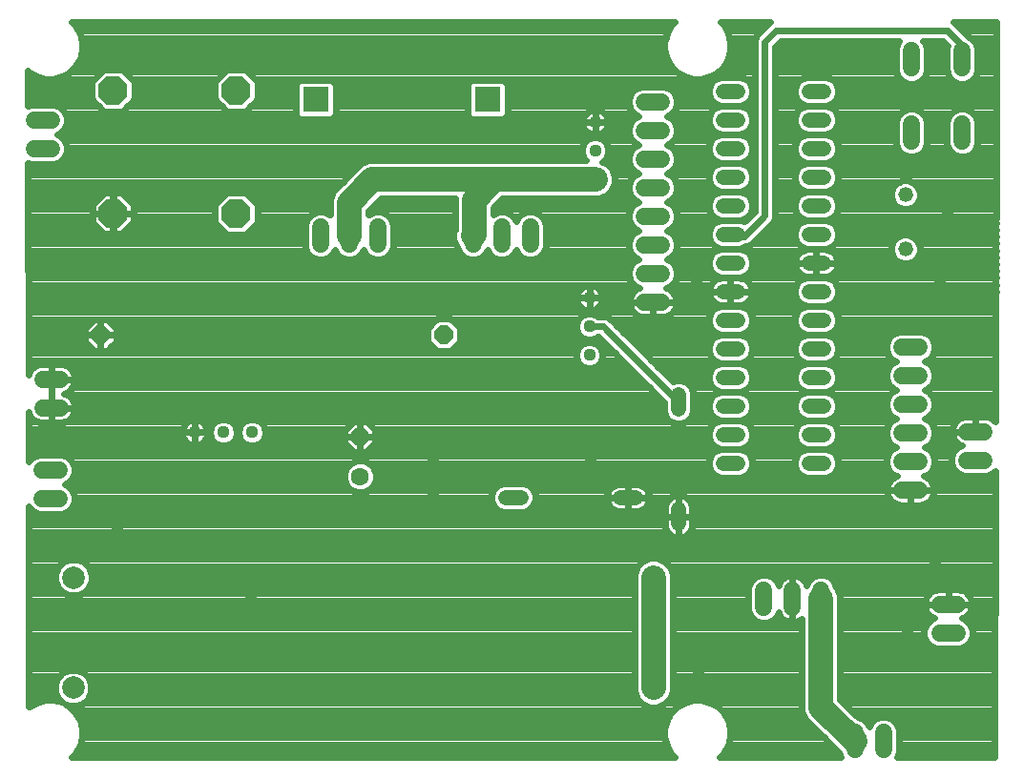
<source format=gbl>
G75*
%MOIN*%
%OFA0B0*%
%FSLAX25Y25*%
%IPPOS*%
%LPD*%
%AMOC8*
5,1,8,0,0,1.08239X$1,22.5*
%
%ADD10OC8,0.10000*%
%ADD11OC8,0.06300*%
%ADD12C,0.06300*%
%ADD13C,0.05200*%
%ADD14C,0.04400*%
%ADD15C,0.06000*%
%ADD16OC8,0.06496*%
%ADD17R,0.09000X0.09000*%
%ADD18C,0.05200*%
%ADD19C,0.07874*%
%ADD20C,0.02400*%
%ADD21R,0.03962X0.03962*%
%ADD22C,0.08600*%
D10*
X0044007Y0206099D03*
X0087007Y0206099D03*
X0087007Y0249099D03*
X0044007Y0249099D03*
D11*
X0130303Y0128108D03*
D12*
X0130303Y0114108D03*
D13*
X0181233Y0106727D02*
X0186433Y0106727D01*
X0221233Y0106727D02*
X0226433Y0106727D01*
X0241514Y0102775D02*
X0241514Y0097575D01*
X0257073Y0118831D02*
X0262273Y0118831D01*
X0262273Y0128831D02*
X0257073Y0128831D01*
X0257073Y0138831D02*
X0262273Y0138831D01*
X0262273Y0148831D02*
X0257073Y0148831D01*
X0257073Y0158831D02*
X0262273Y0158831D01*
X0262273Y0168831D02*
X0257073Y0168831D01*
X0257073Y0178831D02*
X0262273Y0178831D01*
X0262273Y0188831D02*
X0257073Y0188831D01*
X0257073Y0198831D02*
X0262273Y0198831D01*
X0262273Y0208831D02*
X0257073Y0208831D01*
X0257073Y0218831D02*
X0262273Y0218831D01*
X0262273Y0228831D02*
X0257073Y0228831D01*
X0257073Y0238831D02*
X0262273Y0238831D01*
X0262273Y0248831D02*
X0257073Y0248831D01*
X0287073Y0248831D02*
X0292273Y0248831D01*
X0292273Y0238831D02*
X0287073Y0238831D01*
X0287073Y0228831D02*
X0292273Y0228831D01*
X0292273Y0218831D02*
X0287073Y0218831D01*
X0287073Y0208831D02*
X0292273Y0208831D01*
X0292273Y0198831D02*
X0287073Y0198831D01*
X0287073Y0188831D02*
X0292273Y0188831D01*
X0292273Y0178831D02*
X0287073Y0178831D01*
X0287073Y0168831D02*
X0292273Y0168831D01*
X0292273Y0158831D02*
X0287073Y0158831D01*
X0287073Y0148831D02*
X0292273Y0148831D01*
X0292273Y0138831D02*
X0287073Y0138831D01*
X0287073Y0128831D02*
X0292273Y0128831D01*
X0292273Y0118831D02*
X0287073Y0118831D01*
X0241514Y0137575D02*
X0241514Y0142775D01*
D14*
X0210406Y0156569D03*
X0210406Y0166569D03*
X0210406Y0176569D03*
X0212400Y0217999D03*
X0212400Y0227999D03*
X0212400Y0237999D03*
X0092558Y0129548D03*
X0082558Y0129548D03*
X0072558Y0129548D03*
D15*
X0025408Y0138177D02*
X0019408Y0138177D01*
X0019408Y0148177D02*
X0025408Y0148177D01*
X0025120Y0116447D02*
X0019120Y0116447D01*
X0019120Y0106447D02*
X0025120Y0106447D01*
X0116435Y0195268D02*
X0116435Y0201268D01*
X0126435Y0201268D02*
X0126435Y0195268D01*
X0136435Y0195268D02*
X0136435Y0201268D01*
X0169702Y0201268D02*
X0169702Y0195268D01*
X0179702Y0195268D02*
X0179702Y0201268D01*
X0189702Y0201268D02*
X0189702Y0195268D01*
X0229557Y0195130D02*
X0235557Y0195130D01*
X0235557Y0185130D02*
X0229557Y0185130D01*
X0229557Y0175130D02*
X0235557Y0175130D01*
X0235557Y0205130D02*
X0229557Y0205130D01*
X0229557Y0215130D02*
X0235557Y0215130D01*
X0235557Y0225130D02*
X0229557Y0225130D01*
X0229557Y0235130D02*
X0235557Y0235130D01*
X0235557Y0245130D02*
X0229557Y0245130D01*
X0322835Y0237294D02*
X0322835Y0231294D01*
X0340635Y0231294D02*
X0340635Y0237294D01*
X0340635Y0256894D02*
X0340635Y0262894D01*
X0322835Y0262894D02*
X0322835Y0256894D01*
X0325492Y0159405D02*
X0319492Y0159405D01*
X0319492Y0149405D02*
X0325492Y0149405D01*
X0325492Y0139405D02*
X0319492Y0139405D01*
X0319492Y0129405D02*
X0325492Y0129405D01*
X0325492Y0119405D02*
X0319492Y0119405D01*
X0319492Y0109405D02*
X0325492Y0109405D01*
X0342258Y0119859D02*
X0348258Y0119859D01*
X0348258Y0129859D02*
X0342258Y0129859D01*
X0291312Y0074394D02*
X0291312Y0068394D01*
X0281312Y0068394D02*
X0281312Y0074394D01*
X0271312Y0074394D02*
X0271312Y0068394D01*
X0303064Y0024675D02*
X0303064Y0018675D01*
X0313064Y0018675D02*
X0313064Y0024675D01*
X0332731Y0059455D02*
X0338731Y0059455D01*
X0338731Y0069455D02*
X0332731Y0069455D01*
X0022444Y0228662D02*
X0016444Y0228662D01*
X0016444Y0238662D02*
X0022444Y0238662D01*
D16*
X0039635Y0163609D03*
X0159635Y0163609D03*
D17*
X0174838Y0245906D03*
X0114838Y0245906D03*
D18*
X0320797Y0212581D03*
X0320797Y0193581D03*
D19*
X0232814Y0078865D03*
X0232717Y0040218D03*
X0030039Y0040218D03*
X0030137Y0078865D03*
D20*
X0030972Y0017412D02*
X0029626Y0016067D01*
X0240286Y0016090D01*
X0238947Y0017429D01*
X0237433Y0020051D01*
X0236650Y0022975D01*
X0236650Y0026003D01*
X0237433Y0028928D01*
X0238947Y0031550D01*
X0241088Y0033691D01*
X0243710Y0035205D01*
X0246635Y0035988D01*
X0249663Y0035988D01*
X0252587Y0035205D01*
X0255210Y0033691D01*
X0257351Y0031550D01*
X0258865Y0028928D01*
X0259648Y0026003D01*
X0259648Y0022975D01*
X0258865Y0020051D01*
X0257351Y0017429D01*
X0256014Y0016092D01*
X0298308Y0016097D01*
X0297683Y0017605D01*
X0297683Y0017608D01*
X0285648Y0029643D01*
X0284631Y0032098D01*
X0284631Y0064377D01*
X0284038Y0063946D01*
X0283308Y0063575D01*
X0282530Y0063322D01*
X0281721Y0063194D01*
X0281312Y0063194D01*
X0281312Y0071393D01*
X0281312Y0071393D01*
X0281312Y0063194D01*
X0280903Y0063194D01*
X0280094Y0063322D01*
X0279316Y0063575D01*
X0278587Y0063946D01*
X0277925Y0064427D01*
X0277346Y0065006D01*
X0276865Y0065668D01*
X0276493Y0066397D01*
X0276412Y0066645D01*
X0275874Y0065345D01*
X0274360Y0063832D01*
X0272382Y0063012D01*
X0270242Y0063012D01*
X0268264Y0063832D01*
X0266750Y0065345D01*
X0265931Y0067323D01*
X0265931Y0075464D01*
X0266750Y0077442D01*
X0268264Y0078955D01*
X0270242Y0079775D01*
X0272382Y0079775D01*
X0274360Y0078955D01*
X0275874Y0077442D01*
X0276412Y0076142D01*
X0276493Y0076390D01*
X0276865Y0077119D01*
X0277346Y0077781D01*
X0277925Y0078360D01*
X0278587Y0078841D01*
X0279316Y0079213D01*
X0280094Y0079465D01*
X0280903Y0079594D01*
X0281312Y0079594D01*
X0281312Y0071394D01*
X0281312Y0071394D01*
X0281312Y0079594D01*
X0281721Y0079594D01*
X0282530Y0079465D01*
X0283308Y0079213D01*
X0284038Y0078841D01*
X0284700Y0078360D01*
X0285278Y0077781D01*
X0285760Y0077119D01*
X0286131Y0076390D01*
X0286212Y0076142D01*
X0286750Y0077442D01*
X0288264Y0078955D01*
X0290242Y0079775D01*
X0292382Y0079775D01*
X0294360Y0078955D01*
X0295874Y0077442D01*
X0296693Y0075464D01*
X0296693Y0075461D01*
X0296976Y0075178D01*
X0297993Y0072722D01*
X0297993Y0036195D01*
X0304132Y0030056D01*
X0304135Y0030056D01*
X0306112Y0029237D01*
X0307626Y0027723D01*
X0308064Y0026666D01*
X0308502Y0027723D01*
X0310016Y0029237D01*
X0311994Y0030056D01*
X0314135Y0030056D01*
X0316112Y0029237D01*
X0317626Y0027723D01*
X0318445Y0025746D01*
X0318445Y0017605D01*
X0317822Y0016099D01*
X0351884Y0016103D01*
X0352183Y0116174D01*
X0351306Y0115297D01*
X0349328Y0114478D01*
X0341188Y0114478D01*
X0339210Y0115297D01*
X0337696Y0116811D01*
X0336877Y0118789D01*
X0336877Y0120930D01*
X0337696Y0122907D01*
X0339210Y0124421D01*
X0340510Y0124960D01*
X0340262Y0125040D01*
X0339533Y0125412D01*
X0338870Y0125893D01*
X0338292Y0126472D01*
X0337811Y0127134D01*
X0337439Y0127863D01*
X0337186Y0128642D01*
X0337058Y0129450D01*
X0337058Y0129859D01*
X0345258Y0129859D01*
X0345258Y0129859D01*
X0337058Y0129859D01*
X0337058Y0130268D01*
X0337186Y0131077D01*
X0337439Y0131855D01*
X0337811Y0132585D01*
X0338292Y0133247D01*
X0338870Y0133826D01*
X0339533Y0134307D01*
X0340262Y0134678D01*
X0341040Y0134931D01*
X0341849Y0135059D01*
X0345258Y0135059D01*
X0345258Y0129859D01*
X0345258Y0129859D01*
X0345258Y0135059D01*
X0348667Y0135059D01*
X0349476Y0134931D01*
X0350254Y0134678D01*
X0350983Y0134307D01*
X0351646Y0133826D01*
X0352224Y0133247D01*
X0352234Y0133234D01*
X0352651Y0272931D01*
X0337454Y0272943D01*
X0338447Y0271950D01*
X0342416Y0267980D01*
X0343683Y0267456D01*
X0345197Y0265942D01*
X0346016Y0263964D01*
X0346016Y0255824D01*
X0345197Y0253846D01*
X0343683Y0252332D01*
X0341705Y0251513D01*
X0339565Y0251513D01*
X0337587Y0252332D01*
X0336073Y0253846D01*
X0335254Y0255824D01*
X0335254Y0263964D01*
X0335561Y0264707D01*
X0333927Y0266340D01*
X0326998Y0266340D01*
X0327397Y0265942D01*
X0328216Y0263964D01*
X0328216Y0255824D01*
X0327397Y0253846D01*
X0325883Y0252332D01*
X0323905Y0251513D01*
X0321765Y0251513D01*
X0319787Y0252332D01*
X0318273Y0253846D01*
X0317454Y0255824D01*
X0317454Y0263964D01*
X0318273Y0265942D01*
X0318671Y0266340D01*
X0277052Y0266340D01*
X0275212Y0264501D01*
X0275212Y0204522D01*
X0274667Y0203206D01*
X0267581Y0196119D01*
X0266573Y0195112D01*
X0265257Y0194567D01*
X0264995Y0194567D01*
X0263264Y0193850D01*
X0256082Y0193850D01*
X0254251Y0194608D01*
X0252850Y0196009D01*
X0252092Y0197840D01*
X0252092Y0199821D01*
X0252850Y0201652D01*
X0254251Y0203053D01*
X0256082Y0203812D01*
X0263264Y0203812D01*
X0264593Y0203261D01*
X0268050Y0206718D01*
X0268050Y0266697D01*
X0268595Y0268013D01*
X0269603Y0269020D01*
X0273540Y0272957D01*
X0273627Y0272993D01*
X0256077Y0273007D01*
X0257365Y0271719D01*
X0258879Y0269097D01*
X0259663Y0266172D01*
X0259663Y0263144D01*
X0258879Y0260220D01*
X0257365Y0257598D01*
X0255224Y0255457D01*
X0252602Y0253943D01*
X0249677Y0253159D01*
X0246649Y0253159D01*
X0243725Y0253943D01*
X0241103Y0255457D01*
X0238962Y0257598D01*
X0237448Y0260220D01*
X0236664Y0263144D01*
X0236664Y0266172D01*
X0237448Y0269097D01*
X0238962Y0271719D01*
X0240262Y0273020D01*
X0029490Y0273186D01*
X0030971Y0271705D01*
X0032485Y0269083D01*
X0033269Y0266158D01*
X0033269Y0263130D01*
X0032485Y0260206D01*
X0030971Y0257584D01*
X0028830Y0255443D01*
X0026208Y0253929D01*
X0023283Y0253145D01*
X0020255Y0253145D01*
X0017331Y0253929D01*
X0014709Y0255443D01*
X0014253Y0255898D01*
X0014273Y0243587D01*
X0015374Y0244043D01*
X0023514Y0244043D01*
X0025492Y0243223D01*
X0027006Y0241710D01*
X0027825Y0239732D01*
X0027825Y0237591D01*
X0027006Y0235613D01*
X0025492Y0234100D01*
X0024434Y0233662D01*
X0025492Y0233223D01*
X0027006Y0231710D01*
X0027825Y0229732D01*
X0027825Y0227591D01*
X0027006Y0225613D01*
X0025492Y0224100D01*
X0023514Y0223281D01*
X0015374Y0223281D01*
X0014304Y0223724D01*
X0014420Y0149652D01*
X0014589Y0150173D01*
X0014961Y0150902D01*
X0015442Y0151564D01*
X0016021Y0152143D01*
X0016683Y0152624D01*
X0017412Y0152996D01*
X0018190Y0153249D01*
X0018999Y0153377D01*
X0022408Y0153377D01*
X0022408Y0148177D01*
X0022408Y0148177D01*
X0022408Y0153377D01*
X0025817Y0153377D01*
X0026626Y0153249D01*
X0027404Y0152996D01*
X0028133Y0152624D01*
X0028796Y0152143D01*
X0029374Y0151564D01*
X0029856Y0150902D01*
X0030227Y0150173D01*
X0030480Y0149395D01*
X0030608Y0148586D01*
X0030608Y0148177D01*
X0022408Y0148177D01*
X0022408Y0148177D01*
X0022408Y0148177D01*
X0022408Y0138177D01*
X0022408Y0138177D01*
X0022408Y0142977D01*
X0022408Y0148177D01*
X0030608Y0148177D01*
X0030608Y0147768D01*
X0030480Y0146959D01*
X0030227Y0146181D01*
X0029856Y0145451D01*
X0029374Y0144789D01*
X0028796Y0144211D01*
X0028133Y0143729D01*
X0027404Y0143358D01*
X0026847Y0143177D01*
X0027404Y0142996D01*
X0028133Y0142624D01*
X0028796Y0142143D01*
X0029374Y0141564D01*
X0029856Y0140902D01*
X0030227Y0140173D01*
X0030480Y0139395D01*
X0030608Y0138586D01*
X0030608Y0138177D01*
X0022408Y0138177D01*
X0022408Y0138177D01*
X0022408Y0138177D01*
X0022408Y0132977D01*
X0018999Y0132977D01*
X0018190Y0133105D01*
X0017412Y0133358D01*
X0016683Y0133729D01*
X0016021Y0134211D01*
X0015442Y0134789D01*
X0014961Y0135451D01*
X0014589Y0136181D01*
X0014440Y0136639D01*
X0014467Y0119275D01*
X0014558Y0119495D01*
X0016072Y0121009D01*
X0018050Y0121828D01*
X0026191Y0121828D01*
X0028168Y0121009D01*
X0029682Y0119495D01*
X0030501Y0117518D01*
X0030501Y0115377D01*
X0029682Y0113399D01*
X0028168Y0111885D01*
X0027111Y0111447D01*
X0028168Y0111009D01*
X0029682Y0109495D01*
X0030501Y0107518D01*
X0030501Y0105377D01*
X0029682Y0103399D01*
X0028168Y0101885D01*
X0026191Y0101066D01*
X0018050Y0101066D01*
X0016072Y0101885D01*
X0014558Y0103399D01*
X0014492Y0103560D01*
X0014602Y0033567D01*
X0014709Y0033674D01*
X0017331Y0035188D01*
X0020256Y0035972D01*
X0023284Y0035972D01*
X0026107Y0035216D01*
X0024683Y0036639D01*
X0023721Y0038961D01*
X0023721Y0041475D01*
X0024683Y0043797D01*
X0026460Y0045574D01*
X0028783Y0046536D01*
X0031296Y0046536D01*
X0033618Y0045574D01*
X0035396Y0043797D01*
X0036357Y0041475D01*
X0036357Y0038961D01*
X0035396Y0036639D01*
X0033618Y0034862D01*
X0031296Y0033900D01*
X0028783Y0033900D01*
X0027570Y0034402D01*
X0028831Y0033674D01*
X0030972Y0031533D01*
X0032486Y0028911D01*
X0033269Y0025987D01*
X0033269Y0022959D01*
X0032486Y0020034D01*
X0030972Y0017412D01*
X0031368Y0018098D02*
X0238561Y0018098D01*
X0237314Y0020497D02*
X0032609Y0020497D01*
X0033252Y0022895D02*
X0236671Y0022895D01*
X0236650Y0025294D02*
X0033269Y0025294D01*
X0032812Y0027692D02*
X0237102Y0027692D01*
X0238105Y0030091D02*
X0031805Y0030091D01*
X0030016Y0032489D02*
X0239887Y0032489D01*
X0236835Y0034888D02*
X0243161Y0034888D01*
X0238478Y0036531D02*
X0239495Y0038987D01*
X0239495Y0041645D01*
X0239495Y0080194D01*
X0238478Y0082650D01*
X0236598Y0084529D01*
X0234143Y0085547D01*
X0231485Y0085547D01*
X0229029Y0084529D01*
X0227150Y0082650D01*
X0226133Y0080194D01*
X0226133Y0041782D01*
X0226035Y0041547D01*
X0226035Y0038889D01*
X0227053Y0036434D01*
X0228932Y0034554D01*
X0231388Y0033537D01*
X0234045Y0033537D01*
X0236501Y0034554D01*
X0238478Y0036531D01*
X0238791Y0037286D02*
X0284631Y0037286D01*
X0284631Y0034888D02*
X0253137Y0034888D01*
X0256411Y0032489D02*
X0284631Y0032489D01*
X0285463Y0030091D02*
X0258193Y0030091D01*
X0259196Y0027692D02*
X0287599Y0027692D01*
X0289997Y0025294D02*
X0259648Y0025294D01*
X0259627Y0022895D02*
X0292396Y0022895D01*
X0294794Y0020497D02*
X0258984Y0020497D01*
X0257737Y0018098D02*
X0297193Y0018098D01*
X0307639Y0027692D02*
X0308489Y0027692D01*
X0304097Y0030091D02*
X0351926Y0030091D01*
X0351933Y0032489D02*
X0301699Y0032489D01*
X0299300Y0034888D02*
X0351940Y0034888D01*
X0351948Y0037286D02*
X0297993Y0037286D01*
X0297993Y0039685D02*
X0351955Y0039685D01*
X0351962Y0042083D02*
X0297993Y0042083D01*
X0297993Y0044482D02*
X0351969Y0044482D01*
X0351976Y0046880D02*
X0297993Y0046880D01*
X0297993Y0049279D02*
X0351983Y0049279D01*
X0351990Y0051677D02*
X0297993Y0051677D01*
X0297993Y0054076D02*
X0331656Y0054076D01*
X0331661Y0054074D02*
X0339801Y0054074D01*
X0341779Y0054893D01*
X0343293Y0056407D01*
X0344112Y0058385D01*
X0344112Y0060526D01*
X0343293Y0062503D01*
X0341779Y0064017D01*
X0340479Y0064556D01*
X0340727Y0064636D01*
X0341456Y0065008D01*
X0342119Y0065489D01*
X0342697Y0066068D01*
X0343178Y0066730D01*
X0343550Y0067459D01*
X0343803Y0068238D01*
X0343931Y0069046D01*
X0343931Y0069455D01*
X0335731Y0069455D01*
X0335731Y0069455D01*
X0327531Y0069455D01*
X0327531Y0069046D01*
X0327659Y0068238D01*
X0327912Y0067459D01*
X0328284Y0066730D01*
X0328765Y0066068D01*
X0329343Y0065489D01*
X0330006Y0065008D01*
X0330735Y0064636D01*
X0330983Y0064556D01*
X0329683Y0064017D01*
X0328169Y0062503D01*
X0327350Y0060526D01*
X0327350Y0058385D01*
X0328169Y0056407D01*
X0329683Y0054893D01*
X0331661Y0054074D01*
X0328141Y0056474D02*
X0297993Y0056474D01*
X0297993Y0058873D02*
X0327350Y0058873D01*
X0327659Y0061271D02*
X0297993Y0061271D01*
X0297993Y0063670D02*
X0329336Y0063670D01*
X0328764Y0066068D02*
X0297993Y0066068D01*
X0297993Y0068467D02*
X0327623Y0068467D01*
X0327531Y0069455D02*
X0335731Y0069455D01*
X0335731Y0069455D01*
X0343931Y0069455D01*
X0343931Y0069864D01*
X0343803Y0070673D01*
X0343550Y0071451D01*
X0343178Y0072181D01*
X0342697Y0072843D01*
X0342119Y0073422D01*
X0341456Y0073903D01*
X0340727Y0074274D01*
X0339949Y0074527D01*
X0339140Y0074655D01*
X0335731Y0074655D01*
X0335731Y0069455D01*
X0335731Y0069455D01*
X0335731Y0074655D01*
X0332322Y0074655D01*
X0331513Y0074527D01*
X0330735Y0074274D01*
X0330006Y0073903D01*
X0329343Y0073422D01*
X0328765Y0072843D01*
X0328284Y0072181D01*
X0327912Y0071451D01*
X0327659Y0070673D01*
X0327531Y0069864D01*
X0327531Y0069455D01*
X0327722Y0070865D02*
X0297993Y0070865D01*
X0297769Y0073264D02*
X0329186Y0073264D01*
X0335731Y0073264D02*
X0335731Y0073264D01*
X0335731Y0070865D02*
X0335731Y0070865D01*
X0342276Y0073264D02*
X0352055Y0073264D01*
X0352062Y0075662D02*
X0296611Y0075662D01*
X0295255Y0078061D02*
X0352069Y0078061D01*
X0352076Y0080459D02*
X0239385Y0080459D01*
X0239495Y0078061D02*
X0267370Y0078061D01*
X0266013Y0075662D02*
X0239495Y0075662D01*
X0239495Y0073264D02*
X0265931Y0073264D01*
X0265931Y0070865D02*
X0239495Y0070865D01*
X0239495Y0068467D02*
X0265931Y0068467D01*
X0266451Y0066068D02*
X0239495Y0066068D01*
X0239495Y0063670D02*
X0268654Y0063670D01*
X0273970Y0063670D02*
X0279129Y0063670D01*
X0281312Y0063670D02*
X0281312Y0063670D01*
X0283495Y0063670D02*
X0284631Y0063670D01*
X0284631Y0061271D02*
X0239495Y0061271D01*
X0239495Y0058873D02*
X0284631Y0058873D01*
X0284631Y0056474D02*
X0239495Y0056474D01*
X0239495Y0054076D02*
X0284631Y0054076D01*
X0284631Y0051677D02*
X0239495Y0051677D01*
X0239495Y0049279D02*
X0284631Y0049279D01*
X0284631Y0046880D02*
X0239495Y0046880D01*
X0239495Y0044482D02*
X0284631Y0044482D01*
X0284631Y0042083D02*
X0239495Y0042083D01*
X0239495Y0039685D02*
X0284631Y0039685D01*
X0281312Y0066068D02*
X0281312Y0066068D01*
X0281312Y0068467D02*
X0281312Y0068467D01*
X0281312Y0070865D02*
X0281312Y0070865D01*
X0281312Y0073264D02*
X0281312Y0073264D01*
X0281312Y0075662D02*
X0281312Y0075662D01*
X0281312Y0078061D02*
X0281312Y0078061D01*
X0277626Y0078061D02*
X0275255Y0078061D01*
X0284999Y0078061D02*
X0287370Y0078061D01*
X0276661Y0066068D02*
X0276173Y0066068D01*
X0244030Y0093469D02*
X0243357Y0093126D01*
X0242638Y0092893D01*
X0241892Y0092775D01*
X0241514Y0092775D01*
X0241514Y0100175D01*
X0241514Y0100175D01*
X0241514Y0107575D01*
X0241892Y0107575D01*
X0242638Y0107456D01*
X0243357Y0107223D01*
X0244030Y0106880D01*
X0244641Y0106436D01*
X0245175Y0105902D01*
X0245619Y0105290D01*
X0245962Y0104617D01*
X0246196Y0103899D01*
X0246314Y0103152D01*
X0246314Y0100175D01*
X0241514Y0100175D01*
X0241514Y0107575D01*
X0241136Y0107575D01*
X0240390Y0107456D01*
X0239671Y0107223D01*
X0238998Y0106880D01*
X0238387Y0106436D01*
X0237853Y0105902D01*
X0237409Y0105290D01*
X0237066Y0104617D01*
X0236832Y0103899D01*
X0236714Y0103152D01*
X0236714Y0100175D01*
X0241514Y0100175D01*
X0241514Y0100175D01*
X0241514Y0100175D01*
X0246314Y0100175D01*
X0246314Y0097197D01*
X0246196Y0096451D01*
X0245962Y0095732D01*
X0245619Y0095059D01*
X0245175Y0094448D01*
X0244641Y0093913D01*
X0244030Y0093469D01*
X0245468Y0094851D02*
X0352119Y0094851D01*
X0352126Y0097249D02*
X0246314Y0097249D01*
X0246314Y0099648D02*
X0352134Y0099648D01*
X0352141Y0102046D02*
X0246314Y0102046D01*
X0246018Y0104445D02*
X0317930Y0104445D01*
X0318274Y0104333D02*
X0319083Y0104205D01*
X0322492Y0104205D01*
X0325901Y0104205D01*
X0326710Y0104333D01*
X0327488Y0104586D01*
X0328217Y0104957D01*
X0328879Y0105438D01*
X0329458Y0106017D01*
X0329939Y0106679D01*
X0330311Y0107409D01*
X0330564Y0108187D01*
X0330692Y0108995D01*
X0330692Y0109405D01*
X0330692Y0109814D01*
X0330564Y0110622D01*
X0330311Y0111401D01*
X0329939Y0112130D01*
X0329458Y0112792D01*
X0328879Y0113371D01*
X0328217Y0113852D01*
X0327488Y0114224D01*
X0327240Y0114304D01*
X0328540Y0114843D01*
X0330054Y0116356D01*
X0330873Y0118334D01*
X0330873Y0120475D01*
X0330054Y0122453D01*
X0328540Y0123967D01*
X0327482Y0124405D01*
X0328540Y0124843D01*
X0330054Y0126356D01*
X0330873Y0128334D01*
X0330873Y0130475D01*
X0330054Y0132453D01*
X0328540Y0133967D01*
X0327482Y0134405D01*
X0328540Y0134843D01*
X0330054Y0136356D01*
X0330873Y0138334D01*
X0330873Y0140475D01*
X0330054Y0142453D01*
X0328540Y0143967D01*
X0327482Y0144405D01*
X0328540Y0144843D01*
X0330054Y0146356D01*
X0330873Y0148334D01*
X0330873Y0150475D01*
X0330054Y0152453D01*
X0328540Y0153967D01*
X0327482Y0154405D01*
X0328540Y0154843D01*
X0330054Y0156356D01*
X0330873Y0158334D01*
X0330873Y0160475D01*
X0330054Y0162453D01*
X0328540Y0163967D01*
X0326562Y0164786D01*
X0318422Y0164786D01*
X0316444Y0163967D01*
X0314930Y0162453D01*
X0314111Y0160475D01*
X0314111Y0158334D01*
X0314930Y0156356D01*
X0316444Y0154843D01*
X0317501Y0154405D01*
X0316444Y0153967D01*
X0314930Y0152453D01*
X0314111Y0150475D01*
X0314111Y0148334D01*
X0314930Y0146356D01*
X0316444Y0144843D01*
X0317501Y0144405D01*
X0316444Y0143967D01*
X0314930Y0142453D01*
X0314111Y0140475D01*
X0314111Y0138334D01*
X0314930Y0136356D01*
X0316444Y0134843D01*
X0317501Y0134405D01*
X0316444Y0133967D01*
X0314930Y0132453D01*
X0314111Y0130475D01*
X0314111Y0128334D01*
X0314930Y0126356D01*
X0316444Y0124843D01*
X0317501Y0124405D01*
X0316444Y0123967D01*
X0314930Y0122453D01*
X0314111Y0120475D01*
X0314111Y0118334D01*
X0314930Y0116356D01*
X0316444Y0114843D01*
X0317744Y0114304D01*
X0317496Y0114224D01*
X0316766Y0113852D01*
X0316104Y0113371D01*
X0315526Y0112792D01*
X0315044Y0112130D01*
X0314673Y0111401D01*
X0314420Y0110622D01*
X0314292Y0109814D01*
X0314292Y0109405D01*
X0322492Y0109405D01*
X0330692Y0109405D01*
X0322492Y0109405D01*
X0322492Y0109405D01*
X0322492Y0109405D01*
X0322492Y0104205D01*
X0322492Y0109405D01*
X0322492Y0109405D01*
X0314292Y0109405D01*
X0314292Y0108995D01*
X0314420Y0108187D01*
X0314673Y0107409D01*
X0315044Y0106679D01*
X0315526Y0106017D01*
X0316104Y0105438D01*
X0316766Y0104957D01*
X0317496Y0104586D01*
X0318274Y0104333D01*
X0314961Y0106843D02*
X0244080Y0106843D01*
X0241514Y0106843D02*
X0241514Y0106843D01*
X0241514Y0104445D02*
X0241514Y0104445D01*
X0241514Y0102046D02*
X0241514Y0102046D01*
X0241514Y0100175D02*
X0236714Y0100175D01*
X0236714Y0097197D01*
X0236832Y0096451D01*
X0237066Y0095732D01*
X0237409Y0095059D01*
X0237853Y0094448D01*
X0238387Y0093913D01*
X0238998Y0093469D01*
X0239671Y0093126D01*
X0240390Y0092893D01*
X0241136Y0092775D01*
X0241514Y0092775D01*
X0241514Y0100175D01*
X0241514Y0100175D01*
X0241514Y0099648D02*
X0241514Y0099648D01*
X0241514Y0097249D02*
X0241514Y0097249D01*
X0241514Y0094851D02*
X0241514Y0094851D01*
X0237560Y0094851D02*
X0014506Y0094851D01*
X0014502Y0097249D02*
X0236714Y0097249D01*
X0236714Y0099648D02*
X0014498Y0099648D01*
X0014494Y0102046D02*
X0015911Y0102046D01*
X0028329Y0102046D02*
X0179518Y0102046D01*
X0180242Y0101746D02*
X0178411Y0102504D01*
X0177010Y0103906D01*
X0176252Y0105736D01*
X0176252Y0107718D01*
X0177010Y0109549D01*
X0178411Y0110950D01*
X0180242Y0111708D01*
X0187424Y0111708D01*
X0189254Y0110950D01*
X0190656Y0109549D01*
X0191414Y0107718D01*
X0191414Y0105736D01*
X0190656Y0103906D01*
X0189254Y0102504D01*
X0187424Y0101746D01*
X0180242Y0101746D01*
X0176787Y0104445D02*
X0030115Y0104445D01*
X0030501Y0106843D02*
X0176252Y0106843D01*
X0176883Y0109242D02*
X0133009Y0109242D01*
X0133436Y0109419D02*
X0134992Y0110975D01*
X0135834Y0113007D01*
X0135834Y0115208D01*
X0134992Y0117241D01*
X0133436Y0118797D01*
X0131404Y0119639D01*
X0129203Y0119639D01*
X0127170Y0118797D01*
X0125614Y0117241D01*
X0124772Y0115208D01*
X0124772Y0113007D01*
X0125614Y0110975D01*
X0127170Y0109419D01*
X0129203Y0108577D01*
X0131404Y0108577D01*
X0133436Y0109419D01*
X0135268Y0111640D02*
X0180078Y0111640D01*
X0187588Y0111640D02*
X0314795Y0111640D01*
X0314292Y0109242D02*
X0230539Y0109242D01*
X0230538Y0109243D02*
X0230094Y0109854D01*
X0229560Y0110388D01*
X0228949Y0110832D01*
X0228275Y0111176D01*
X0227557Y0111409D01*
X0226811Y0111527D01*
X0223833Y0111527D01*
X0223833Y0106727D01*
X0223833Y0101927D01*
X0226811Y0101927D01*
X0227557Y0102045D01*
X0228275Y0102279D01*
X0228949Y0102622D01*
X0229560Y0103066D01*
X0230094Y0103600D01*
X0230538Y0104211D01*
X0230881Y0104885D01*
X0231115Y0105603D01*
X0231233Y0106349D01*
X0231233Y0106727D01*
X0223833Y0106727D01*
X0223833Y0106727D01*
X0223833Y0106727D01*
X0223833Y0101927D01*
X0220855Y0101927D01*
X0220109Y0102045D01*
X0219390Y0102279D01*
X0218717Y0102622D01*
X0218106Y0103066D01*
X0217572Y0103600D01*
X0217128Y0104211D01*
X0216785Y0104885D01*
X0216551Y0105603D01*
X0216433Y0106349D01*
X0216433Y0106727D01*
X0223833Y0106727D01*
X0231233Y0106727D01*
X0231233Y0107105D01*
X0231115Y0107851D01*
X0230881Y0108570D01*
X0230538Y0109243D01*
X0231233Y0106843D02*
X0238947Y0106843D01*
X0237010Y0104445D02*
X0230657Y0104445D01*
X0227559Y0102046D02*
X0236714Y0102046D01*
X0223833Y0102046D02*
X0223833Y0102046D01*
X0223833Y0104445D02*
X0223833Y0104445D01*
X0223833Y0106727D02*
X0223833Y0106727D01*
X0223833Y0106727D01*
X0216433Y0106727D01*
X0216433Y0107105D01*
X0216551Y0107851D01*
X0216785Y0108570D01*
X0217128Y0109243D01*
X0217572Y0109854D01*
X0218106Y0110388D01*
X0218717Y0110832D01*
X0219390Y0111176D01*
X0220109Y0111409D01*
X0220855Y0111527D01*
X0223833Y0111527D01*
X0223833Y0106727D01*
X0223833Y0106843D02*
X0223833Y0106843D01*
X0223833Y0109242D02*
X0223833Y0109242D01*
X0217127Y0109242D02*
X0190783Y0109242D01*
X0191414Y0106843D02*
X0216433Y0106843D01*
X0217009Y0104445D02*
X0190879Y0104445D01*
X0188148Y0102046D02*
X0220107Y0102046D01*
X0230785Y0085257D02*
X0014521Y0085257D01*
X0014517Y0087655D02*
X0352098Y0087655D01*
X0352091Y0085257D02*
X0234843Y0085257D01*
X0238270Y0082858D02*
X0352084Y0082858D01*
X0352105Y0090054D02*
X0014513Y0090054D01*
X0014509Y0092452D02*
X0352112Y0092452D01*
X0352148Y0104445D02*
X0327054Y0104445D01*
X0330023Y0106843D02*
X0352155Y0106843D01*
X0352162Y0109242D02*
X0330692Y0109242D01*
X0330189Y0111640D02*
X0352169Y0111640D01*
X0352177Y0114039D02*
X0327851Y0114039D01*
X0330087Y0116437D02*
X0338070Y0116437D01*
X0336877Y0118836D02*
X0330873Y0118836D01*
X0330559Y0121234D02*
X0337003Y0121234D01*
X0338421Y0123633D02*
X0328874Y0123633D01*
X0329728Y0126031D02*
X0338732Y0126031D01*
X0337255Y0128430D02*
X0330873Y0128430D01*
X0330727Y0130828D02*
X0337147Y0130828D01*
X0338277Y0133227D02*
X0329280Y0133227D01*
X0329323Y0135625D02*
X0352241Y0135625D01*
X0352248Y0138024D02*
X0330744Y0138024D01*
X0330873Y0140422D02*
X0352255Y0140422D01*
X0352262Y0142821D02*
X0329686Y0142821D01*
X0328917Y0145219D02*
X0352270Y0145219D01*
X0352277Y0147618D02*
X0330576Y0147618D01*
X0330873Y0150016D02*
X0352284Y0150016D01*
X0352291Y0152415D02*
X0330069Y0152415D01*
X0328469Y0154813D02*
X0352298Y0154813D01*
X0352305Y0157212D02*
X0330408Y0157212D01*
X0330873Y0159610D02*
X0352313Y0159610D01*
X0352320Y0162009D02*
X0330238Y0162009D01*
X0327476Y0164407D02*
X0352327Y0164407D01*
X0352334Y0166806D02*
X0296826Y0166806D01*
X0296496Y0166009D02*
X0297254Y0167840D01*
X0297254Y0169821D01*
X0296496Y0171652D01*
X0295094Y0173053D01*
X0293264Y0173812D01*
X0286082Y0173812D01*
X0284251Y0173053D01*
X0282850Y0171652D01*
X0282092Y0169821D01*
X0282092Y0167840D01*
X0282850Y0166009D01*
X0284251Y0164608D01*
X0286082Y0163850D01*
X0293264Y0163850D01*
X0295094Y0164608D01*
X0296496Y0166009D01*
X0294610Y0164407D02*
X0317508Y0164407D01*
X0314746Y0162009D02*
X0296139Y0162009D01*
X0296496Y0161652D02*
X0295094Y0163053D01*
X0293264Y0163812D01*
X0286082Y0163812D01*
X0284251Y0163053D01*
X0282850Y0161652D01*
X0282092Y0159821D01*
X0282092Y0157840D01*
X0282850Y0156009D01*
X0284251Y0154608D01*
X0286082Y0153850D01*
X0293264Y0153850D01*
X0295094Y0154608D01*
X0296496Y0156009D01*
X0297254Y0157840D01*
X0297254Y0159821D01*
X0296496Y0161652D01*
X0297254Y0159610D02*
X0314111Y0159610D01*
X0314576Y0157212D02*
X0296994Y0157212D01*
X0295300Y0154813D02*
X0316515Y0154813D01*
X0314914Y0152415D02*
X0295733Y0152415D01*
X0295094Y0153053D02*
X0296496Y0151652D01*
X0297254Y0149821D01*
X0297254Y0147840D01*
X0296496Y0146009D01*
X0295094Y0144608D01*
X0293264Y0143850D01*
X0286082Y0143850D01*
X0284251Y0144608D01*
X0282850Y0146009D01*
X0282092Y0147840D01*
X0282092Y0149821D01*
X0282850Y0151652D01*
X0284251Y0153053D01*
X0286082Y0153812D01*
X0293264Y0153812D01*
X0295094Y0153053D01*
X0297173Y0150016D02*
X0314111Y0150016D01*
X0314408Y0147618D02*
X0297162Y0147618D01*
X0295706Y0145219D02*
X0316067Y0145219D01*
X0315298Y0142821D02*
X0295327Y0142821D01*
X0295094Y0143053D02*
X0293264Y0143812D01*
X0286082Y0143812D01*
X0284251Y0143053D01*
X0282850Y0141652D01*
X0282092Y0139821D01*
X0282092Y0137840D01*
X0282850Y0136009D01*
X0284251Y0134608D01*
X0286082Y0133850D01*
X0293264Y0133850D01*
X0295094Y0134608D01*
X0296496Y0136009D01*
X0297254Y0137840D01*
X0297254Y0139821D01*
X0296496Y0141652D01*
X0295094Y0143053D01*
X0297005Y0140422D02*
X0314111Y0140422D01*
X0314239Y0138024D02*
X0297254Y0138024D01*
X0296112Y0135625D02*
X0315661Y0135625D01*
X0315704Y0133227D02*
X0294676Y0133227D01*
X0295094Y0133053D02*
X0293264Y0133812D01*
X0286082Y0133812D01*
X0284251Y0133053D01*
X0282850Y0131652D01*
X0282092Y0129821D01*
X0282092Y0127840D01*
X0282850Y0126009D01*
X0284251Y0124608D01*
X0286082Y0123850D01*
X0293264Y0123850D01*
X0295094Y0124608D01*
X0296496Y0126009D01*
X0297254Y0127840D01*
X0297254Y0129821D01*
X0296496Y0131652D01*
X0295094Y0133053D01*
X0296837Y0130828D02*
X0314257Y0130828D01*
X0314111Y0128430D02*
X0297254Y0128430D01*
X0296505Y0126031D02*
X0315255Y0126031D01*
X0316110Y0123633D02*
X0293696Y0123633D01*
X0293264Y0123812D02*
X0286082Y0123812D01*
X0284251Y0123053D01*
X0282850Y0121652D01*
X0282092Y0119821D01*
X0282092Y0117840D01*
X0282850Y0116009D01*
X0284251Y0114608D01*
X0286082Y0113850D01*
X0293264Y0113850D01*
X0295094Y0114608D01*
X0296496Y0116009D01*
X0297254Y0117840D01*
X0297254Y0119821D01*
X0296496Y0121652D01*
X0295094Y0123053D01*
X0293264Y0123812D01*
X0296669Y0121234D02*
X0314425Y0121234D01*
X0314111Y0118836D02*
X0297254Y0118836D01*
X0296673Y0116437D02*
X0314897Y0116437D01*
X0317133Y0114039D02*
X0293720Y0114039D01*
X0285625Y0114039D02*
X0263720Y0114039D01*
X0263264Y0113850D02*
X0265094Y0114608D01*
X0266496Y0116009D01*
X0267254Y0117840D01*
X0267254Y0119821D01*
X0266496Y0121652D01*
X0265094Y0123053D01*
X0263264Y0123812D01*
X0256082Y0123812D01*
X0254251Y0123053D01*
X0252850Y0121652D01*
X0252092Y0119821D01*
X0252092Y0117840D01*
X0252850Y0116009D01*
X0254251Y0114608D01*
X0256082Y0113850D01*
X0263264Y0113850D01*
X0266673Y0116437D02*
X0282673Y0116437D01*
X0282092Y0118836D02*
X0267254Y0118836D01*
X0266669Y0121234D02*
X0282677Y0121234D01*
X0285650Y0123633D02*
X0263696Y0123633D01*
X0263264Y0123850D02*
X0265094Y0124608D01*
X0266496Y0126009D01*
X0267254Y0127840D01*
X0267254Y0129821D01*
X0266496Y0131652D01*
X0265094Y0133053D01*
X0263264Y0133812D01*
X0256082Y0133812D01*
X0254251Y0133053D01*
X0252850Y0131652D01*
X0252092Y0129821D01*
X0252092Y0127840D01*
X0252850Y0126009D01*
X0254251Y0124608D01*
X0256082Y0123850D01*
X0263264Y0123850D01*
X0266505Y0126031D02*
X0282841Y0126031D01*
X0282092Y0128430D02*
X0267254Y0128430D01*
X0266837Y0130828D02*
X0282509Y0130828D01*
X0284670Y0133227D02*
X0264676Y0133227D01*
X0265094Y0134608D02*
X0266496Y0136009D01*
X0267254Y0137840D01*
X0267254Y0139821D01*
X0266496Y0141652D01*
X0265094Y0143053D01*
X0263264Y0143812D01*
X0256082Y0143812D01*
X0254251Y0143053D01*
X0252850Y0141652D01*
X0252092Y0139821D01*
X0252092Y0137840D01*
X0252850Y0136009D01*
X0254251Y0134608D01*
X0256082Y0133850D01*
X0263264Y0133850D01*
X0265094Y0134608D01*
X0266112Y0135625D02*
X0283234Y0135625D01*
X0282092Y0138024D02*
X0267254Y0138024D01*
X0267005Y0140422D02*
X0282341Y0140422D01*
X0284019Y0142821D02*
X0265327Y0142821D01*
X0265094Y0144608D02*
X0266496Y0146009D01*
X0267254Y0147840D01*
X0267254Y0149821D01*
X0266496Y0151652D01*
X0265094Y0153053D01*
X0263264Y0153812D01*
X0256082Y0153812D01*
X0254251Y0153053D01*
X0252850Y0151652D01*
X0252092Y0149821D01*
X0252092Y0147840D01*
X0252850Y0146009D01*
X0254251Y0144608D01*
X0256082Y0143850D01*
X0263264Y0143850D01*
X0265094Y0144608D01*
X0265706Y0145219D02*
X0283640Y0145219D01*
X0282184Y0147618D02*
X0267162Y0147618D01*
X0267173Y0150016D02*
X0282172Y0150016D01*
X0283613Y0152415D02*
X0265733Y0152415D01*
X0265094Y0154608D02*
X0263264Y0153850D01*
X0256082Y0153850D01*
X0254251Y0154608D01*
X0252850Y0156009D01*
X0252092Y0157840D01*
X0252092Y0159821D01*
X0252850Y0161652D01*
X0254251Y0163053D01*
X0256082Y0163812D01*
X0263264Y0163812D01*
X0265094Y0163053D01*
X0266496Y0161652D01*
X0267254Y0159821D01*
X0267254Y0157840D01*
X0266496Y0156009D01*
X0265094Y0154608D01*
X0265300Y0154813D02*
X0284046Y0154813D01*
X0282352Y0157212D02*
X0266994Y0157212D01*
X0267254Y0159610D02*
X0282092Y0159610D01*
X0283207Y0162009D02*
X0266139Y0162009D01*
X0265094Y0164608D02*
X0266496Y0166009D01*
X0267254Y0167840D01*
X0267254Y0169821D01*
X0266496Y0171652D01*
X0265094Y0173053D01*
X0263264Y0173812D01*
X0256082Y0173812D01*
X0254251Y0173053D01*
X0252850Y0171652D01*
X0252092Y0169821D01*
X0252092Y0167840D01*
X0252850Y0166009D01*
X0254251Y0164608D01*
X0256082Y0163850D01*
X0263264Y0163850D01*
X0265094Y0164608D01*
X0264610Y0164407D02*
X0284735Y0164407D01*
X0282520Y0166806D02*
X0266826Y0166806D01*
X0267254Y0169204D02*
X0282092Y0169204D01*
X0282830Y0171603D02*
X0266516Y0171603D01*
X0264789Y0174725D02*
X0264115Y0174382D01*
X0263397Y0174149D01*
X0262651Y0174031D01*
X0259673Y0174031D01*
X0259673Y0178831D01*
X0259673Y0178831D01*
X0259673Y0183631D01*
X0262651Y0183631D01*
X0263397Y0183512D01*
X0264115Y0183279D01*
X0264789Y0182936D01*
X0265400Y0182492D01*
X0265934Y0181958D01*
X0266378Y0181346D01*
X0266721Y0180673D01*
X0266955Y0179955D01*
X0267073Y0179208D01*
X0267073Y0178831D01*
X0259673Y0178831D01*
X0259673Y0178831D01*
X0259673Y0183631D01*
X0256695Y0183631D01*
X0255949Y0183512D01*
X0255230Y0183279D01*
X0254557Y0182936D01*
X0253946Y0182492D01*
X0253412Y0181958D01*
X0252967Y0181346D01*
X0252624Y0180673D01*
X0252391Y0179955D01*
X0252273Y0179208D01*
X0252273Y0178831D01*
X0259673Y0178831D01*
X0267073Y0178831D01*
X0267073Y0178453D01*
X0266955Y0177707D01*
X0266721Y0176988D01*
X0266378Y0176315D01*
X0265934Y0175704D01*
X0265400Y0175169D01*
X0264789Y0174725D01*
X0266421Y0176400D02*
X0282688Y0176400D01*
X0282850Y0176009D02*
X0282092Y0177840D01*
X0282092Y0179821D01*
X0282850Y0181652D01*
X0284251Y0183053D01*
X0286082Y0183812D01*
X0293264Y0183812D01*
X0295094Y0183053D01*
X0296496Y0181652D01*
X0297254Y0179821D01*
X0297254Y0177840D01*
X0296496Y0176009D01*
X0295094Y0174608D01*
X0293264Y0173850D01*
X0286082Y0173850D01*
X0284251Y0174608D01*
X0282850Y0176009D01*
X0282092Y0178798D02*
X0267073Y0178798D01*
X0266454Y0181197D02*
X0282661Y0181197D01*
X0285560Y0183595D02*
X0262872Y0183595D01*
X0263264Y0183850D02*
X0265094Y0184608D01*
X0266496Y0186009D01*
X0267254Y0187840D01*
X0267254Y0189821D01*
X0266496Y0191652D01*
X0265094Y0193053D01*
X0263264Y0193812D01*
X0256082Y0193812D01*
X0254251Y0193053D01*
X0252850Y0191652D01*
X0252092Y0189821D01*
X0252092Y0187840D01*
X0252850Y0186009D01*
X0254251Y0184608D01*
X0256082Y0183850D01*
X0263264Y0183850D01*
X0259673Y0183595D02*
X0259673Y0183595D01*
X0259673Y0181197D02*
X0259673Y0181197D01*
X0259673Y0178831D02*
X0259673Y0178831D01*
X0259673Y0178831D01*
X0252273Y0178831D01*
X0252273Y0178453D01*
X0252391Y0177707D01*
X0252624Y0176988D01*
X0252967Y0176315D01*
X0253412Y0175704D01*
X0253946Y0175169D01*
X0254557Y0174725D01*
X0255230Y0174382D01*
X0255949Y0174149D01*
X0256695Y0174031D01*
X0259673Y0174031D01*
X0259673Y0178831D01*
X0259673Y0178798D02*
X0259673Y0178798D01*
X0259673Y0176400D02*
X0259673Y0176400D01*
X0252924Y0176400D02*
X0240612Y0176400D01*
X0240629Y0176348D02*
X0240376Y0177126D01*
X0240004Y0177855D01*
X0239523Y0178518D01*
X0238944Y0179096D01*
X0238282Y0179577D01*
X0237553Y0179949D01*
X0237305Y0180030D01*
X0238605Y0180568D01*
X0240119Y0182082D01*
X0240938Y0184060D01*
X0240938Y0186200D01*
X0240119Y0188178D01*
X0238605Y0189692D01*
X0237547Y0190130D01*
X0238605Y0190568D01*
X0240119Y0192082D01*
X0240938Y0194060D01*
X0240938Y0196200D01*
X0240119Y0198178D01*
X0238605Y0199692D01*
X0237547Y0200130D01*
X0238605Y0200568D01*
X0240119Y0202082D01*
X0240938Y0204060D01*
X0240938Y0206200D01*
X0240119Y0208178D01*
X0238605Y0209692D01*
X0237547Y0210130D01*
X0238605Y0210568D01*
X0240119Y0212082D01*
X0240938Y0214060D01*
X0240938Y0216200D01*
X0240119Y0218178D01*
X0238605Y0219692D01*
X0237547Y0220130D01*
X0238605Y0220568D01*
X0240119Y0222082D01*
X0240938Y0224060D01*
X0240938Y0226200D01*
X0240119Y0228178D01*
X0238605Y0229692D01*
X0237547Y0230130D01*
X0238605Y0230568D01*
X0240119Y0232082D01*
X0240938Y0234060D01*
X0240938Y0236200D01*
X0240119Y0238178D01*
X0238605Y0239692D01*
X0237547Y0240130D01*
X0238605Y0240568D01*
X0240119Y0242082D01*
X0240938Y0244060D01*
X0240938Y0246200D01*
X0240119Y0248178D01*
X0238605Y0249692D01*
X0236627Y0250511D01*
X0228486Y0250511D01*
X0226508Y0249692D01*
X0224995Y0248178D01*
X0224176Y0246200D01*
X0224176Y0244060D01*
X0224995Y0242082D01*
X0226508Y0240568D01*
X0227566Y0240130D01*
X0226508Y0239692D01*
X0224995Y0238178D01*
X0224176Y0236200D01*
X0224176Y0234060D01*
X0224995Y0232082D01*
X0226508Y0230568D01*
X0227566Y0230130D01*
X0226508Y0229692D01*
X0224995Y0228178D01*
X0224176Y0226200D01*
X0224176Y0224060D01*
X0224995Y0222082D01*
X0226508Y0220568D01*
X0227566Y0220130D01*
X0226508Y0219692D01*
X0224995Y0218178D01*
X0224176Y0216200D01*
X0224176Y0214060D01*
X0224995Y0212082D01*
X0226508Y0210568D01*
X0227566Y0210130D01*
X0226508Y0209692D01*
X0224995Y0208178D01*
X0224176Y0206200D01*
X0224176Y0204060D01*
X0224995Y0202082D01*
X0226508Y0200568D01*
X0227566Y0200130D01*
X0226508Y0199692D01*
X0224995Y0198178D01*
X0224176Y0196200D01*
X0224176Y0194060D01*
X0224995Y0192082D01*
X0226508Y0190568D01*
X0227566Y0190130D01*
X0226508Y0189692D01*
X0224995Y0188178D01*
X0224176Y0186200D01*
X0224176Y0184060D01*
X0224995Y0182082D01*
X0226508Y0180568D01*
X0227809Y0180030D01*
X0227561Y0179949D01*
X0226831Y0179577D01*
X0226169Y0179096D01*
X0225590Y0178518D01*
X0225109Y0177855D01*
X0224738Y0177126D01*
X0224485Y0176348D01*
X0224357Y0175539D01*
X0224357Y0175130D01*
X0224357Y0174721D01*
X0224485Y0173912D01*
X0224738Y0173134D01*
X0225109Y0172405D01*
X0225590Y0171742D01*
X0226169Y0171164D01*
X0226831Y0170683D01*
X0227561Y0170311D01*
X0228339Y0170058D01*
X0229147Y0169930D01*
X0232557Y0169930D01*
X0235966Y0169930D01*
X0236774Y0170058D01*
X0237553Y0170311D01*
X0238282Y0170683D01*
X0238944Y0171164D01*
X0239523Y0171742D01*
X0240004Y0172405D01*
X0240376Y0173134D01*
X0240629Y0173912D01*
X0240757Y0174721D01*
X0240757Y0175130D01*
X0232557Y0175130D01*
X0232557Y0175130D01*
X0240757Y0175130D01*
X0240757Y0175539D01*
X0240629Y0176348D01*
X0240643Y0174001D02*
X0285715Y0174001D01*
X0293630Y0174001D02*
X0352355Y0174001D01*
X0352348Y0171603D02*
X0296516Y0171603D01*
X0297254Y0169204D02*
X0352341Y0169204D01*
X0352363Y0176400D02*
X0296657Y0176400D01*
X0297254Y0178798D02*
X0352370Y0178798D01*
X0352377Y0181197D02*
X0296684Y0181197D01*
X0293786Y0183595D02*
X0352384Y0183595D01*
X0352391Y0185994D02*
X0296145Y0185994D01*
X0295934Y0185704D02*
X0296378Y0186315D01*
X0296721Y0186988D01*
X0296955Y0187707D01*
X0297073Y0188453D01*
X0297073Y0188831D01*
X0297073Y0189208D01*
X0296955Y0189955D01*
X0296721Y0190673D01*
X0296378Y0191346D01*
X0295934Y0191958D01*
X0295400Y0192492D01*
X0294789Y0192936D01*
X0294115Y0193279D01*
X0293397Y0193512D01*
X0292651Y0193631D01*
X0289673Y0193631D01*
X0289673Y0188831D01*
X0289673Y0188831D01*
X0297073Y0188831D01*
X0289673Y0188831D01*
X0289673Y0188831D01*
X0289673Y0193631D01*
X0286695Y0193631D01*
X0285949Y0193512D01*
X0285230Y0193279D01*
X0284557Y0192936D01*
X0283946Y0192492D01*
X0283412Y0191958D01*
X0282967Y0191346D01*
X0282624Y0190673D01*
X0282391Y0189955D01*
X0282273Y0189208D01*
X0282273Y0188831D01*
X0289673Y0188831D01*
X0289673Y0188831D01*
X0289673Y0184031D01*
X0292651Y0184031D01*
X0293397Y0184149D01*
X0294115Y0184382D01*
X0294789Y0184725D01*
X0295400Y0185169D01*
X0295934Y0185704D01*
X0297063Y0188393D02*
X0352398Y0188393D01*
X0352406Y0190791D02*
X0325033Y0190791D01*
X0325020Y0190760D02*
X0325778Y0192591D01*
X0325778Y0194572D01*
X0325020Y0196403D01*
X0323619Y0197804D01*
X0321788Y0198562D01*
X0319806Y0198562D01*
X0317975Y0197804D01*
X0316574Y0196403D01*
X0315816Y0194572D01*
X0315816Y0192591D01*
X0316574Y0190760D01*
X0317975Y0189359D01*
X0319806Y0188600D01*
X0321788Y0188600D01*
X0323619Y0189359D01*
X0325020Y0190760D01*
X0325778Y0193190D02*
X0352413Y0193190D01*
X0352420Y0195588D02*
X0325357Y0195588D01*
X0323178Y0197987D02*
X0352427Y0197987D01*
X0352434Y0200385D02*
X0297020Y0200385D01*
X0297254Y0199821D02*
X0296496Y0201652D01*
X0295094Y0203053D01*
X0293264Y0203812D01*
X0286082Y0203812D01*
X0284251Y0203053D01*
X0282850Y0201652D01*
X0282092Y0199821D01*
X0282092Y0197840D01*
X0282850Y0196009D01*
X0284251Y0194608D01*
X0286082Y0193850D01*
X0293264Y0193850D01*
X0295094Y0194608D01*
X0296496Y0196009D01*
X0297254Y0197840D01*
X0297254Y0199821D01*
X0297254Y0197987D02*
X0318416Y0197987D01*
X0316237Y0195588D02*
X0296075Y0195588D01*
X0294291Y0193190D02*
X0315816Y0193190D01*
X0316561Y0190791D02*
X0296661Y0190791D01*
X0289673Y0190791D02*
X0289673Y0190791D01*
X0289673Y0188831D02*
X0282273Y0188831D01*
X0282273Y0188453D01*
X0282391Y0187707D01*
X0282624Y0186988D01*
X0282967Y0186315D01*
X0283412Y0185704D01*
X0283946Y0185169D01*
X0284557Y0184725D01*
X0285230Y0184382D01*
X0285949Y0184149D01*
X0286695Y0184031D01*
X0289673Y0184031D01*
X0289673Y0188831D01*
X0289673Y0188831D01*
X0289673Y0188393D02*
X0289673Y0188393D01*
X0289673Y0185994D02*
X0289673Y0185994D01*
X0283201Y0185994D02*
X0266480Y0185994D01*
X0267254Y0188393D02*
X0282282Y0188393D01*
X0282684Y0190791D02*
X0266852Y0190791D01*
X0264766Y0193190D02*
X0285055Y0193190D01*
X0283271Y0195588D02*
X0267049Y0195588D01*
X0269448Y0197987D02*
X0282092Y0197987D01*
X0282325Y0200385D02*
X0271846Y0200385D01*
X0274245Y0202784D02*
X0283981Y0202784D01*
X0284251Y0204608D02*
X0286082Y0203850D01*
X0293264Y0203850D01*
X0295094Y0204608D01*
X0296496Y0206009D01*
X0297254Y0207840D01*
X0297254Y0209821D01*
X0296496Y0211652D01*
X0295094Y0213053D01*
X0293264Y0213812D01*
X0286082Y0213812D01*
X0284251Y0213053D01*
X0282850Y0211652D01*
X0282092Y0209821D01*
X0282092Y0207840D01*
X0282850Y0206009D01*
X0284251Y0204608D01*
X0283677Y0205182D02*
X0275212Y0205182D01*
X0275212Y0207581D02*
X0282199Y0207581D01*
X0282157Y0209979D02*
X0275212Y0209979D01*
X0275212Y0212378D02*
X0283575Y0212378D01*
X0284251Y0214608D02*
X0286082Y0213850D01*
X0293264Y0213850D01*
X0295094Y0214608D01*
X0296496Y0216009D01*
X0297254Y0217840D01*
X0297254Y0219821D01*
X0296496Y0221652D01*
X0295094Y0223053D01*
X0293264Y0223812D01*
X0286082Y0223812D01*
X0284251Y0223053D01*
X0282850Y0221652D01*
X0282092Y0219821D01*
X0282092Y0217840D01*
X0282850Y0216009D01*
X0284251Y0214608D01*
X0284083Y0214776D02*
X0275212Y0214776D01*
X0275212Y0217175D02*
X0282367Y0217175D01*
X0282092Y0219573D02*
X0275212Y0219573D01*
X0275212Y0221972D02*
X0283169Y0221972D01*
X0284251Y0224608D02*
X0286082Y0223850D01*
X0293264Y0223850D01*
X0295094Y0224608D01*
X0296496Y0226009D01*
X0297254Y0227840D01*
X0297254Y0229821D01*
X0296496Y0231652D01*
X0295094Y0233053D01*
X0293264Y0233812D01*
X0286082Y0233812D01*
X0284251Y0233053D01*
X0282850Y0231652D01*
X0282092Y0229821D01*
X0282092Y0227840D01*
X0282850Y0226009D01*
X0284251Y0224608D01*
X0284825Y0224370D02*
X0275212Y0224370D01*
X0275212Y0226769D02*
X0282535Y0226769D01*
X0282092Y0229167D02*
X0275212Y0229167D01*
X0275212Y0231566D02*
X0282814Y0231566D01*
X0284251Y0234608D02*
X0286082Y0233850D01*
X0293264Y0233850D01*
X0295094Y0234608D01*
X0296496Y0236009D01*
X0297254Y0237840D01*
X0297254Y0239821D01*
X0296496Y0241652D01*
X0295094Y0243053D01*
X0293264Y0243812D01*
X0286082Y0243812D01*
X0284251Y0243053D01*
X0282850Y0241652D01*
X0282092Y0239821D01*
X0282092Y0237840D01*
X0282850Y0236009D01*
X0284251Y0234608D01*
X0285805Y0233964D02*
X0275212Y0233964D01*
X0275212Y0236363D02*
X0282704Y0236363D01*
X0282092Y0238761D02*
X0275212Y0238761D01*
X0275212Y0241160D02*
X0282646Y0241160D01*
X0285470Y0243558D02*
X0275212Y0243558D01*
X0275212Y0245957D02*
X0282902Y0245957D01*
X0282850Y0246009D02*
X0284251Y0244608D01*
X0286082Y0243850D01*
X0293264Y0243850D01*
X0295094Y0244608D01*
X0296496Y0246009D01*
X0297254Y0247840D01*
X0297254Y0249821D01*
X0296496Y0251652D01*
X0295094Y0253053D01*
X0293264Y0253812D01*
X0286082Y0253812D01*
X0284251Y0253053D01*
X0282850Y0251652D01*
X0282092Y0249821D01*
X0282092Y0247840D01*
X0282850Y0246009D01*
X0282092Y0248355D02*
X0275212Y0248355D01*
X0275212Y0250754D02*
X0282478Y0250754D01*
X0284490Y0253152D02*
X0275212Y0253152D01*
X0275212Y0255551D02*
X0317567Y0255551D01*
X0317454Y0257949D02*
X0275212Y0257949D01*
X0275212Y0260348D02*
X0317454Y0260348D01*
X0317454Y0262746D02*
X0275212Y0262746D01*
X0275856Y0265145D02*
X0317943Y0265145D01*
X0327727Y0265145D02*
X0335123Y0265145D01*
X0335254Y0262746D02*
X0328216Y0262746D01*
X0328216Y0260348D02*
X0335254Y0260348D01*
X0335254Y0257949D02*
X0328216Y0257949D01*
X0328103Y0255551D02*
X0335367Y0255551D01*
X0336766Y0253152D02*
X0326703Y0253152D01*
X0318966Y0253152D02*
X0294856Y0253152D01*
X0296868Y0250754D02*
X0352584Y0250754D01*
X0352592Y0253152D02*
X0344503Y0253152D01*
X0345903Y0255551D02*
X0352599Y0255551D01*
X0352606Y0257949D02*
X0346016Y0257949D01*
X0346016Y0260348D02*
X0352613Y0260348D01*
X0352620Y0262746D02*
X0346016Y0262746D01*
X0345527Y0265145D02*
X0352627Y0265145D01*
X0352635Y0267543D02*
X0343472Y0267543D01*
X0340455Y0269942D02*
X0352642Y0269942D01*
X0352649Y0272340D02*
X0338056Y0272340D01*
X0335411Y0269921D02*
X0275568Y0269921D01*
X0271631Y0265984D01*
X0271631Y0205235D01*
X0264545Y0198148D01*
X0260355Y0198148D01*
X0259673Y0198831D01*
X0256082Y0203850D02*
X0263264Y0203850D01*
X0265094Y0204608D01*
X0266496Y0206009D01*
X0267254Y0207840D01*
X0267254Y0209821D01*
X0266496Y0211652D01*
X0265094Y0213053D01*
X0263264Y0213812D01*
X0256082Y0213812D01*
X0254251Y0213053D01*
X0252850Y0211652D01*
X0252092Y0209821D01*
X0252092Y0207840D01*
X0252850Y0206009D01*
X0254251Y0204608D01*
X0256082Y0203850D01*
X0253981Y0202784D02*
X0240409Y0202784D01*
X0240938Y0205182D02*
X0253677Y0205182D01*
X0252199Y0207581D02*
X0240366Y0207581D01*
X0237912Y0209979D02*
X0252157Y0209979D01*
X0253575Y0212378D02*
X0240241Y0212378D01*
X0240938Y0214776D02*
X0254083Y0214776D01*
X0254251Y0214608D02*
X0256082Y0213850D01*
X0263264Y0213850D01*
X0265094Y0214608D01*
X0266496Y0216009D01*
X0267254Y0217840D01*
X0267254Y0219821D01*
X0266496Y0221652D01*
X0265094Y0223053D01*
X0263264Y0223812D01*
X0256082Y0223812D01*
X0254251Y0223053D01*
X0252850Y0221652D01*
X0252092Y0219821D01*
X0252092Y0217840D01*
X0252850Y0216009D01*
X0254251Y0214608D01*
X0252367Y0217175D02*
X0240534Y0217175D01*
X0238724Y0219573D02*
X0252092Y0219573D01*
X0253169Y0221972D02*
X0240008Y0221972D01*
X0240938Y0224370D02*
X0254825Y0224370D01*
X0254251Y0224608D02*
X0256082Y0223850D01*
X0263264Y0223850D01*
X0265094Y0224608D01*
X0266496Y0226009D01*
X0267254Y0227840D01*
X0267254Y0229821D01*
X0266496Y0231652D01*
X0265094Y0233053D01*
X0263264Y0233812D01*
X0256082Y0233812D01*
X0254251Y0233053D01*
X0252850Y0231652D01*
X0252092Y0229821D01*
X0252092Y0227840D01*
X0252850Y0226009D01*
X0254251Y0224608D01*
X0252535Y0226769D02*
X0240702Y0226769D01*
X0239130Y0229167D02*
X0252092Y0229167D01*
X0252814Y0231566D02*
X0239602Y0231566D01*
X0240898Y0233964D02*
X0255805Y0233964D01*
X0256082Y0233850D02*
X0254251Y0234608D01*
X0252850Y0236009D01*
X0252092Y0237840D01*
X0252092Y0239821D01*
X0252850Y0241652D01*
X0254251Y0243053D01*
X0256082Y0243812D01*
X0263264Y0243812D01*
X0265094Y0243053D01*
X0266496Y0241652D01*
X0267254Y0239821D01*
X0267254Y0237840D01*
X0266496Y0236009D01*
X0265094Y0234608D01*
X0263264Y0233850D01*
X0256082Y0233850D01*
X0252704Y0236363D02*
X0240871Y0236363D01*
X0239535Y0238761D02*
X0252092Y0238761D01*
X0252646Y0241160D02*
X0239196Y0241160D01*
X0240730Y0243558D02*
X0255470Y0243558D01*
X0256082Y0243850D02*
X0254251Y0244608D01*
X0252850Y0246009D01*
X0252092Y0247840D01*
X0252092Y0249821D01*
X0252850Y0251652D01*
X0254251Y0253053D01*
X0256082Y0253812D01*
X0263264Y0253812D01*
X0265094Y0253053D01*
X0266496Y0251652D01*
X0267254Y0249821D01*
X0267254Y0247840D01*
X0266496Y0246009D01*
X0265094Y0244608D01*
X0263264Y0243850D01*
X0256082Y0243850D01*
X0252902Y0245957D02*
X0240938Y0245957D01*
X0239941Y0248355D02*
X0252092Y0248355D01*
X0252478Y0250754D02*
X0181719Y0250754D01*
X0181719Y0251392D02*
X0180324Y0252787D01*
X0169351Y0252787D01*
X0167957Y0251392D01*
X0167957Y0240419D01*
X0169351Y0239025D01*
X0180324Y0239025D01*
X0181719Y0240419D01*
X0181719Y0251392D01*
X0181719Y0248355D02*
X0225172Y0248355D01*
X0224176Y0245957D02*
X0181719Y0245957D01*
X0181719Y0243558D02*
X0224383Y0243558D01*
X0225917Y0241160D02*
X0215461Y0241160D01*
X0215266Y0241355D02*
X0214706Y0241762D01*
X0214089Y0242076D01*
X0213430Y0242290D01*
X0212746Y0242399D01*
X0212400Y0242399D01*
X0212400Y0237999D01*
X0212400Y0237999D01*
X0216800Y0237999D01*
X0216800Y0238345D01*
X0216691Y0239029D01*
X0216477Y0239688D01*
X0216163Y0240305D01*
X0215756Y0240865D01*
X0215266Y0241355D01*
X0212400Y0241160D02*
X0212400Y0241160D01*
X0212400Y0242399D02*
X0212054Y0242399D01*
X0211369Y0242290D01*
X0210711Y0242076D01*
X0210094Y0241762D01*
X0209533Y0241355D01*
X0209044Y0240865D01*
X0208637Y0240305D01*
X0208322Y0239688D01*
X0208108Y0239029D01*
X0208000Y0238345D01*
X0208000Y0237999D01*
X0212400Y0237999D01*
X0212400Y0237998D01*
X0212400Y0233599D01*
X0212746Y0233599D01*
X0213430Y0233707D01*
X0214089Y0233921D01*
X0214706Y0234235D01*
X0215266Y0234642D01*
X0215756Y0235132D01*
X0216163Y0235692D01*
X0216477Y0236310D01*
X0216691Y0236968D01*
X0216800Y0237652D01*
X0216800Y0237998D01*
X0212400Y0237998D01*
X0212400Y0237998D01*
X0212400Y0233599D01*
X0212054Y0233599D01*
X0211369Y0233707D01*
X0210711Y0233921D01*
X0210094Y0234235D01*
X0209533Y0234642D01*
X0209044Y0235132D01*
X0208637Y0235692D01*
X0208322Y0236310D01*
X0208108Y0236968D01*
X0208000Y0237652D01*
X0208000Y0237998D01*
X0212400Y0237998D01*
X0212400Y0237999D01*
X0212400Y0242399D01*
X0209338Y0241160D02*
X0181719Y0241160D01*
X0167957Y0241160D02*
X0121719Y0241160D01*
X0121719Y0240419D02*
X0120324Y0239025D01*
X0109351Y0239025D01*
X0107957Y0240419D01*
X0107957Y0251392D01*
X0109351Y0252787D01*
X0120324Y0252787D01*
X0121719Y0251392D01*
X0121719Y0240419D01*
X0121719Y0243558D02*
X0167957Y0243558D01*
X0167957Y0245957D02*
X0121719Y0245957D01*
X0121719Y0248355D02*
X0167957Y0248355D01*
X0167957Y0250754D02*
X0121719Y0250754D01*
X0107957Y0250754D02*
X0094388Y0250754D01*
X0094388Y0252156D02*
X0090064Y0256480D01*
X0083950Y0256480D01*
X0079626Y0252156D01*
X0079626Y0246041D01*
X0083950Y0241718D01*
X0090064Y0241718D01*
X0094388Y0246041D01*
X0094388Y0252156D01*
X0093392Y0253152D02*
X0254490Y0253152D01*
X0255318Y0255551D02*
X0268050Y0255551D01*
X0268050Y0257949D02*
X0257568Y0257949D01*
X0258913Y0260348D02*
X0268050Y0260348D01*
X0268050Y0262746D02*
X0259556Y0262746D01*
X0259663Y0265145D02*
X0268050Y0265145D01*
X0268401Y0267543D02*
X0259295Y0267543D01*
X0258391Y0269942D02*
X0270524Y0269942D01*
X0272923Y0272340D02*
X0256744Y0272340D01*
X0239583Y0272340D02*
X0030336Y0272340D01*
X0031989Y0269942D02*
X0237936Y0269942D01*
X0237032Y0267543D02*
X0032897Y0267543D01*
X0033269Y0265145D02*
X0236664Y0265145D01*
X0236771Y0262746D02*
X0033166Y0262746D01*
X0032523Y0260348D02*
X0237413Y0260348D01*
X0238759Y0257949D02*
X0031182Y0257949D01*
X0028938Y0255551D02*
X0040021Y0255551D01*
X0040950Y0256480D02*
X0036626Y0252156D01*
X0036626Y0246041D01*
X0040950Y0241718D01*
X0047064Y0241718D01*
X0051388Y0246041D01*
X0051388Y0252156D01*
X0047064Y0256480D01*
X0040950Y0256480D01*
X0037622Y0253152D02*
X0023311Y0253152D01*
X0020228Y0253152D02*
X0014258Y0253152D01*
X0014261Y0250754D02*
X0036626Y0250754D01*
X0036626Y0248355D02*
X0014265Y0248355D01*
X0014269Y0245957D02*
X0036710Y0245957D01*
X0039109Y0243558D02*
X0024684Y0243558D01*
X0027234Y0241160D02*
X0107957Y0241160D01*
X0107957Y0243558D02*
X0091905Y0243558D01*
X0094304Y0245957D02*
X0107957Y0245957D01*
X0107957Y0248355D02*
X0094388Y0248355D01*
X0090993Y0255551D02*
X0241008Y0255551D01*
X0225578Y0238761D02*
X0216734Y0238761D01*
X0216495Y0236363D02*
X0224243Y0236363D01*
X0224215Y0233964D02*
X0214174Y0233964D01*
X0213311Y0232580D02*
X0211489Y0232580D01*
X0209805Y0231882D01*
X0208516Y0230594D01*
X0207819Y0228910D01*
X0207819Y0227087D01*
X0208516Y0225404D01*
X0209240Y0224680D01*
X0175860Y0224680D01*
X0175750Y0224634D01*
X0133294Y0224634D01*
X0130839Y0223617D01*
X0120771Y0213549D01*
X0119754Y0211093D01*
X0119754Y0205559D01*
X0119483Y0205830D01*
X0117505Y0206649D01*
X0115364Y0206649D01*
X0113387Y0205830D01*
X0111873Y0204316D01*
X0111054Y0202338D01*
X0111054Y0194198D01*
X0111873Y0192220D01*
X0113387Y0190706D01*
X0115364Y0189887D01*
X0117505Y0189887D01*
X0119483Y0190706D01*
X0120997Y0192220D01*
X0121435Y0193278D01*
X0121873Y0192220D01*
X0123387Y0190706D01*
X0125364Y0189887D01*
X0127505Y0189887D01*
X0129483Y0190706D01*
X0130997Y0192220D01*
X0131435Y0193278D01*
X0131873Y0192220D01*
X0133387Y0190706D01*
X0135364Y0189887D01*
X0137505Y0189887D01*
X0139483Y0190706D01*
X0140997Y0192220D01*
X0141816Y0194198D01*
X0141816Y0202338D01*
X0140997Y0204316D01*
X0139483Y0205830D01*
X0137505Y0206649D01*
X0135364Y0206649D01*
X0133387Y0205830D01*
X0133116Y0205559D01*
X0133116Y0206997D01*
X0137391Y0211272D01*
X0163375Y0211272D01*
X0163375Y0200452D01*
X0163021Y0199597D01*
X0163021Y0196939D01*
X0164039Y0194483D01*
X0164321Y0194201D01*
X0164321Y0194198D01*
X0165141Y0192220D01*
X0166654Y0190706D01*
X0168632Y0189887D01*
X0170773Y0189887D01*
X0172751Y0190706D01*
X0174264Y0192220D01*
X0174702Y0193278D01*
X0175141Y0192220D01*
X0176654Y0190706D01*
X0178632Y0189887D01*
X0180773Y0189887D01*
X0182751Y0190706D01*
X0184264Y0192220D01*
X0184702Y0193278D01*
X0185141Y0192220D01*
X0186654Y0190706D01*
X0188632Y0189887D01*
X0190773Y0189887D01*
X0192751Y0190706D01*
X0194264Y0192220D01*
X0195084Y0194198D01*
X0195084Y0202338D01*
X0194264Y0204316D01*
X0192751Y0205830D01*
X0190773Y0206649D01*
X0188632Y0206649D01*
X0186654Y0205830D01*
X0185141Y0204316D01*
X0184702Y0203258D01*
X0184264Y0204316D01*
X0182751Y0205830D01*
X0180773Y0206649D01*
X0178632Y0206649D01*
X0176738Y0205864D01*
X0176738Y0208099D01*
X0179911Y0211272D01*
X0185513Y0211272D01*
X0185623Y0211317D01*
X0213729Y0211317D01*
X0216184Y0212335D01*
X0218064Y0214214D01*
X0219081Y0216670D01*
X0219081Y0219327D01*
X0218064Y0221783D01*
X0216184Y0223662D01*
X0215023Y0224143D01*
X0216283Y0225404D01*
X0216981Y0227087D01*
X0216981Y0228910D01*
X0216283Y0230594D01*
X0214995Y0231882D01*
X0213311Y0232580D01*
X0212400Y0233964D02*
X0212400Y0233964D01*
X0210626Y0233964D02*
X0025165Y0233964D01*
X0027066Y0231566D02*
X0209488Y0231566D01*
X0207925Y0229167D02*
X0027825Y0229167D01*
X0027484Y0226769D02*
X0207951Y0226769D01*
X0215250Y0224370D02*
X0224176Y0224370D01*
X0224411Y0226769D02*
X0216849Y0226769D01*
X0216874Y0229167D02*
X0225984Y0229167D01*
X0225511Y0231566D02*
X0215311Y0231566D01*
X0212400Y0236363D02*
X0212400Y0236363D01*
X0212400Y0238761D02*
X0212400Y0238761D01*
X0208066Y0238761D02*
X0027825Y0238761D01*
X0027316Y0236363D02*
X0208305Y0236363D01*
X0217875Y0221972D02*
X0225105Y0221972D01*
X0226390Y0219573D02*
X0218979Y0219573D01*
X0219081Y0217175D02*
X0224579Y0217175D01*
X0224176Y0214776D02*
X0218297Y0214776D01*
X0216227Y0212378D02*
X0224872Y0212378D01*
X0227202Y0209979D02*
X0178618Y0209979D01*
X0176738Y0207581D02*
X0224747Y0207581D01*
X0224176Y0205182D02*
X0193398Y0205182D01*
X0194899Y0202784D02*
X0224704Y0202784D01*
X0226951Y0200385D02*
X0195084Y0200385D01*
X0195084Y0197987D02*
X0224915Y0197987D01*
X0224176Y0195588D02*
X0195084Y0195588D01*
X0194666Y0193190D02*
X0224536Y0193190D01*
X0226286Y0190791D02*
X0192836Y0190791D01*
X0186569Y0190791D02*
X0182836Y0190791D01*
X0184666Y0193190D02*
X0184739Y0193190D01*
X0176569Y0190791D02*
X0172836Y0190791D01*
X0174666Y0193190D02*
X0174739Y0193190D01*
X0166569Y0190791D02*
X0139568Y0190791D01*
X0141398Y0193190D02*
X0164739Y0193190D01*
X0163581Y0195588D02*
X0141816Y0195588D01*
X0141816Y0197987D02*
X0163021Y0197987D01*
X0163348Y0200385D02*
X0141816Y0200385D01*
X0141631Y0202784D02*
X0163375Y0202784D01*
X0163375Y0205182D02*
X0140131Y0205182D01*
X0136098Y0209979D02*
X0163375Y0209979D01*
X0163375Y0207581D02*
X0133700Y0207581D01*
X0124397Y0217175D02*
X0014314Y0217175D01*
X0014310Y0219573D02*
X0126795Y0219573D01*
X0129194Y0221972D02*
X0014306Y0221972D01*
X0014318Y0214776D02*
X0121998Y0214776D01*
X0120286Y0212378D02*
X0091166Y0212378D01*
X0090064Y0213480D02*
X0083950Y0213480D01*
X0079626Y0209156D01*
X0079626Y0203041D01*
X0083950Y0198718D01*
X0090064Y0198718D01*
X0094388Y0203041D01*
X0094388Y0209156D01*
X0090064Y0213480D01*
X0093565Y0209979D02*
X0119754Y0209979D01*
X0119754Y0207581D02*
X0094388Y0207581D01*
X0094388Y0205182D02*
X0112739Y0205182D01*
X0111238Y0202784D02*
X0094130Y0202784D01*
X0091732Y0200385D02*
X0111054Y0200385D01*
X0111054Y0197987D02*
X0014344Y0197987D01*
X0014340Y0200385D02*
X0039538Y0200385D01*
X0041025Y0198899D02*
X0036807Y0203116D01*
X0036807Y0205999D01*
X0043907Y0205999D01*
X0043907Y0206199D01*
X0043907Y0213299D01*
X0041025Y0213299D01*
X0036807Y0209081D01*
X0036807Y0206199D01*
X0043907Y0206199D01*
X0044107Y0206199D01*
X0044107Y0213299D01*
X0046989Y0213299D01*
X0051207Y0209081D01*
X0051207Y0206199D01*
X0044107Y0206199D01*
X0044107Y0205999D01*
X0051207Y0205999D01*
X0051207Y0203116D01*
X0046989Y0198899D01*
X0044107Y0198899D01*
X0044107Y0205999D01*
X0043907Y0205999D01*
X0043907Y0198899D01*
X0041025Y0198899D01*
X0043907Y0200385D02*
X0044107Y0200385D01*
X0044107Y0202784D02*
X0043907Y0202784D01*
X0043907Y0205182D02*
X0044107Y0205182D01*
X0044107Y0207581D02*
X0043907Y0207581D01*
X0043907Y0209979D02*
X0044107Y0209979D01*
X0044107Y0212378D02*
X0043907Y0212378D01*
X0040104Y0212378D02*
X0014321Y0212378D01*
X0014325Y0209979D02*
X0037705Y0209979D01*
X0036807Y0207581D02*
X0014329Y0207581D01*
X0014333Y0205182D02*
X0036807Y0205182D01*
X0037140Y0202784D02*
X0014336Y0202784D01*
X0014348Y0195588D02*
X0111054Y0195588D01*
X0111471Y0193190D02*
X0014352Y0193190D01*
X0014355Y0190791D02*
X0113302Y0190791D01*
X0119568Y0190791D02*
X0123302Y0190791D01*
X0121471Y0193190D02*
X0121398Y0193190D01*
X0129568Y0190791D02*
X0133302Y0190791D01*
X0131471Y0193190D02*
X0131398Y0193190D01*
X0157269Y0169204D02*
X0014389Y0169204D01*
X0014393Y0166806D02*
X0035127Y0166806D01*
X0034187Y0165866D02*
X0034187Y0163609D01*
X0034187Y0161353D01*
X0037378Y0158161D01*
X0039635Y0158161D01*
X0039635Y0163609D01*
X0039635Y0163609D01*
X0039635Y0158161D01*
X0041892Y0158161D01*
X0045083Y0161353D01*
X0045083Y0163609D01*
X0039635Y0163609D01*
X0034187Y0163609D01*
X0039635Y0163609D01*
X0039635Y0163609D01*
X0039635Y0163609D01*
X0045083Y0163609D01*
X0045083Y0165866D01*
X0041892Y0169057D01*
X0039635Y0169057D01*
X0037378Y0169057D01*
X0034187Y0165866D01*
X0034187Y0164407D02*
X0014397Y0164407D01*
X0014400Y0162009D02*
X0034187Y0162009D01*
X0035929Y0159610D02*
X0014404Y0159610D01*
X0014408Y0157212D02*
X0205824Y0157212D01*
X0205824Y0157480D02*
X0205824Y0155657D01*
X0206522Y0153974D01*
X0207811Y0152685D01*
X0209494Y0151988D01*
X0211317Y0151988D01*
X0213001Y0152685D01*
X0214289Y0153974D01*
X0214987Y0155657D01*
X0214987Y0157480D01*
X0214289Y0159164D01*
X0213001Y0160452D01*
X0211317Y0161150D01*
X0209494Y0161150D01*
X0207811Y0160452D01*
X0206522Y0159164D01*
X0205824Y0157480D01*
X0206969Y0159610D02*
X0163597Y0159610D01*
X0161967Y0157980D02*
X0165264Y0161278D01*
X0165264Y0165941D01*
X0161967Y0169239D01*
X0157303Y0169239D01*
X0154006Y0165941D01*
X0154006Y0161278D01*
X0157303Y0157980D01*
X0161967Y0157980D01*
X0165264Y0162009D02*
X0209443Y0162009D01*
X0209494Y0161988D02*
X0211317Y0161988D01*
X0213001Y0162685D01*
X0213303Y0162988D01*
X0213637Y0162988D01*
X0236533Y0140091D01*
X0236533Y0136584D01*
X0237291Y0134753D01*
X0238692Y0133352D01*
X0240523Y0132594D01*
X0242505Y0132594D01*
X0244336Y0133352D01*
X0245737Y0134753D01*
X0246495Y0136584D01*
X0246495Y0143765D01*
X0245737Y0145596D01*
X0244336Y0146997D01*
X0242505Y0147756D01*
X0240523Y0147756D01*
X0239444Y0147309D01*
X0217148Y0169605D01*
X0215832Y0170150D01*
X0213303Y0170150D01*
X0213001Y0170452D01*
X0211317Y0171150D01*
X0209494Y0171150D01*
X0207811Y0170452D01*
X0206522Y0169164D01*
X0205824Y0167480D01*
X0205824Y0165657D01*
X0206522Y0163974D01*
X0207811Y0162685D01*
X0209494Y0161988D01*
X0211368Y0162009D02*
X0214615Y0162009D01*
X0213842Y0159610D02*
X0217014Y0159610D01*
X0214987Y0157212D02*
X0219412Y0157212D01*
X0221811Y0154813D02*
X0214637Y0154813D01*
X0212348Y0152415D02*
X0224209Y0152415D01*
X0226608Y0150016D02*
X0030278Y0150016D01*
X0030584Y0147618D02*
X0229006Y0147618D01*
X0231405Y0145219D02*
X0029687Y0145219D01*
X0027748Y0142821D02*
X0233803Y0142821D01*
X0236202Y0140422D02*
X0030100Y0140422D01*
X0030608Y0138177D02*
X0022408Y0138177D01*
X0022408Y0132977D01*
X0025817Y0132977D01*
X0026626Y0133105D01*
X0027404Y0133358D01*
X0028133Y0133729D01*
X0028796Y0134211D01*
X0029374Y0134789D01*
X0029856Y0135451D01*
X0030227Y0136181D01*
X0030480Y0136959D01*
X0030608Y0137768D01*
X0030608Y0138177D01*
X0030608Y0138024D02*
X0236533Y0138024D01*
X0236930Y0135625D02*
X0029944Y0135625D01*
X0027001Y0133227D02*
X0070136Y0133227D01*
X0070252Y0133311D02*
X0069692Y0132904D01*
X0069202Y0132414D01*
X0068795Y0131854D01*
X0068480Y0131237D01*
X0068266Y0130578D01*
X0068158Y0129894D01*
X0068158Y0129548D01*
X0072558Y0129548D01*
X0072558Y0133948D01*
X0072212Y0133948D01*
X0071528Y0133839D01*
X0070869Y0133625D01*
X0070252Y0133311D01*
X0072558Y0133227D02*
X0072558Y0133227D01*
X0072558Y0133948D02*
X0072558Y0129548D01*
X0072558Y0129548D01*
X0072558Y0129548D01*
X0076958Y0129548D01*
X0076958Y0129894D01*
X0076850Y0130578D01*
X0076636Y0131237D01*
X0076321Y0131854D01*
X0075914Y0132414D01*
X0075424Y0132904D01*
X0074864Y0133311D01*
X0074247Y0133625D01*
X0073588Y0133839D01*
X0072904Y0133948D01*
X0072558Y0133948D01*
X0074980Y0133227D02*
X0079758Y0133227D01*
X0079963Y0133431D02*
X0078674Y0132143D01*
X0077977Y0130459D01*
X0077977Y0128636D01*
X0078674Y0126953D01*
X0079963Y0125664D01*
X0081647Y0124967D01*
X0083469Y0124967D01*
X0085153Y0125664D01*
X0086442Y0126953D01*
X0087139Y0128636D01*
X0087139Y0130459D01*
X0086442Y0132143D01*
X0085153Y0133431D01*
X0083469Y0134129D01*
X0081647Y0134129D01*
X0079963Y0133431D01*
X0078130Y0130828D02*
X0076768Y0130828D01*
X0076958Y0129548D02*
X0072558Y0129548D01*
X0072558Y0129548D01*
X0068158Y0129548D01*
X0068158Y0129201D01*
X0068266Y0128517D01*
X0068480Y0127859D01*
X0068795Y0127242D01*
X0069202Y0126681D01*
X0069692Y0126192D01*
X0070252Y0125784D01*
X0070869Y0125470D01*
X0071528Y0125256D01*
X0072212Y0125148D01*
X0072558Y0125148D01*
X0072904Y0125148D01*
X0073588Y0125256D01*
X0074247Y0125470D01*
X0074864Y0125784D01*
X0075424Y0126192D01*
X0075914Y0126681D01*
X0076321Y0127242D01*
X0076636Y0127859D01*
X0076850Y0128517D01*
X0076958Y0129201D01*
X0076958Y0129548D01*
X0076821Y0128430D02*
X0078063Y0128430D01*
X0079596Y0126031D02*
X0075204Y0126031D01*
X0072558Y0126031D02*
X0072558Y0126031D01*
X0072558Y0125148D02*
X0072558Y0129548D01*
X0072558Y0129548D01*
X0072558Y0125148D01*
X0069912Y0126031D02*
X0014457Y0126031D01*
X0014460Y0123633D02*
X0127212Y0123633D01*
X0128087Y0122758D02*
X0124953Y0125892D01*
X0124953Y0128108D01*
X0130303Y0128108D01*
X0130303Y0133458D01*
X0128087Y0133458D01*
X0124953Y0130324D01*
X0124953Y0128108D01*
X0130303Y0128108D01*
X0130303Y0128108D01*
X0130303Y0128108D01*
X0130303Y0133458D01*
X0132519Y0133458D01*
X0135653Y0130324D01*
X0135653Y0128108D01*
X0130303Y0128108D01*
X0130303Y0128108D01*
X0130303Y0128108D01*
X0130303Y0122758D01*
X0128087Y0122758D01*
X0130303Y0122758D02*
X0132519Y0122758D01*
X0135653Y0125892D01*
X0135653Y0128108D01*
X0130303Y0128108D01*
X0130303Y0122758D01*
X0130303Y0123633D02*
X0130303Y0123633D01*
X0130303Y0126031D02*
X0130303Y0126031D01*
X0130303Y0128430D02*
X0130303Y0128430D01*
X0130303Y0130828D02*
X0130303Y0130828D01*
X0130303Y0133227D02*
X0130303Y0133227D01*
X0127856Y0133227D02*
X0095358Y0133227D01*
X0095153Y0133431D02*
X0093469Y0134129D01*
X0091647Y0134129D01*
X0089963Y0133431D01*
X0088674Y0132143D01*
X0087977Y0130459D01*
X0087977Y0128636D01*
X0088674Y0126953D01*
X0089963Y0125664D01*
X0091647Y0124967D01*
X0093469Y0124967D01*
X0095153Y0125664D01*
X0096442Y0126953D01*
X0097139Y0128636D01*
X0097139Y0130459D01*
X0096442Y0132143D01*
X0095153Y0133431D01*
X0096986Y0130828D02*
X0125458Y0130828D01*
X0124953Y0128430D02*
X0097054Y0128430D01*
X0095520Y0126031D02*
X0124953Y0126031D01*
X0133394Y0123633D02*
X0255650Y0123633D01*
X0252841Y0126031D02*
X0135653Y0126031D01*
X0135653Y0128430D02*
X0252092Y0128430D01*
X0252509Y0130828D02*
X0135149Y0130828D01*
X0132750Y0133227D02*
X0238995Y0133227D01*
X0244033Y0133227D02*
X0254670Y0133227D01*
X0253234Y0135625D02*
X0246098Y0135625D01*
X0246495Y0138024D02*
X0252092Y0138024D01*
X0252341Y0140422D02*
X0246495Y0140422D01*
X0246495Y0142821D02*
X0254019Y0142821D01*
X0253640Y0145219D02*
X0245893Y0145219D01*
X0242838Y0147618D02*
X0252184Y0147618D01*
X0252172Y0150016D02*
X0236737Y0150016D01*
X0239135Y0147618D02*
X0240190Y0147618D01*
X0234338Y0152415D02*
X0253613Y0152415D01*
X0254046Y0154813D02*
X0231940Y0154813D01*
X0229541Y0157212D02*
X0252352Y0157212D01*
X0252092Y0159610D02*
X0227143Y0159610D01*
X0224744Y0162009D02*
X0253207Y0162009D01*
X0254735Y0164407D02*
X0222346Y0164407D01*
X0219947Y0166806D02*
X0252520Y0166806D01*
X0252092Y0169204D02*
X0217549Y0169204D01*
X0215120Y0166569D02*
X0241514Y0140175D01*
X0252677Y0121234D02*
X0027625Y0121234D01*
X0029955Y0118836D02*
X0127264Y0118836D01*
X0125281Y0116437D02*
X0030501Y0116437D01*
X0029947Y0114039D02*
X0124772Y0114039D01*
X0125339Y0111640D02*
X0027576Y0111640D01*
X0029787Y0109242D02*
X0127597Y0109242D01*
X0135834Y0114039D02*
X0255625Y0114039D01*
X0252673Y0116437D02*
X0135325Y0116437D01*
X0133342Y0118836D02*
X0252092Y0118836D01*
X0227358Y0082858D02*
X0035079Y0082858D01*
X0035493Y0082444D02*
X0033716Y0084222D01*
X0031393Y0085184D01*
X0028880Y0085184D01*
X0026558Y0084222D01*
X0024780Y0082444D01*
X0023819Y0080122D01*
X0023819Y0077609D01*
X0024780Y0075287D01*
X0026558Y0073509D01*
X0028880Y0072547D01*
X0031393Y0072547D01*
X0033716Y0073509D01*
X0035493Y0075287D01*
X0036455Y0077609D01*
X0036455Y0080122D01*
X0035493Y0082444D01*
X0036315Y0080459D02*
X0226243Y0080459D01*
X0226133Y0078061D02*
X0036455Y0078061D01*
X0035649Y0075662D02*
X0226133Y0075662D01*
X0226133Y0073264D02*
X0033123Y0073264D01*
X0027150Y0073264D02*
X0014539Y0073264D01*
X0014536Y0075662D02*
X0024625Y0075662D01*
X0023819Y0078061D02*
X0014532Y0078061D01*
X0014528Y0080459D02*
X0023958Y0080459D01*
X0025194Y0082858D02*
X0014524Y0082858D01*
X0014543Y0070865D02*
X0226133Y0070865D01*
X0226133Y0068467D02*
X0014547Y0068467D01*
X0014551Y0066068D02*
X0226133Y0066068D01*
X0226133Y0063670D02*
X0014554Y0063670D01*
X0014558Y0061271D02*
X0226133Y0061271D01*
X0226133Y0058873D02*
X0014562Y0058873D01*
X0014566Y0056474D02*
X0226133Y0056474D01*
X0226133Y0054076D02*
X0014569Y0054076D01*
X0014573Y0051677D02*
X0226133Y0051677D01*
X0226133Y0049279D02*
X0014577Y0049279D01*
X0014581Y0046880D02*
X0226133Y0046880D01*
X0226133Y0044482D02*
X0034711Y0044482D01*
X0036105Y0042083D02*
X0226133Y0042083D01*
X0226035Y0039685D02*
X0036357Y0039685D01*
X0035664Y0037286D02*
X0226699Y0037286D01*
X0228598Y0034888D02*
X0033644Y0034888D01*
X0024415Y0037286D02*
X0014596Y0037286D01*
X0014599Y0034888D02*
X0016811Y0034888D01*
X0014592Y0039685D02*
X0023721Y0039685D01*
X0023973Y0042083D02*
X0014588Y0042083D01*
X0014584Y0044482D02*
X0025368Y0044482D01*
X0016616Y0121234D02*
X0014464Y0121234D01*
X0014453Y0128430D02*
X0068295Y0128430D01*
X0068348Y0130828D02*
X0014449Y0130828D01*
X0014445Y0133227D02*
X0017815Y0133227D01*
X0014872Y0135625D02*
X0014442Y0135625D01*
X0022408Y0135625D02*
X0022408Y0135625D01*
X0022408Y0133227D02*
X0022408Y0133227D01*
X0022408Y0138024D02*
X0022408Y0138024D01*
X0022408Y0140422D02*
X0022408Y0140422D01*
X0022408Y0142821D02*
X0022408Y0142821D01*
X0022408Y0145219D02*
X0022408Y0145219D01*
X0022408Y0147618D02*
X0022408Y0147618D01*
X0022408Y0150016D02*
X0022408Y0150016D01*
X0022408Y0152415D02*
X0022408Y0152415D01*
X0028422Y0152415D02*
X0208463Y0152415D01*
X0206174Y0154813D02*
X0014412Y0154813D01*
X0014415Y0152415D02*
X0016394Y0152415D01*
X0014538Y0150016D02*
X0014419Y0150016D01*
X0039635Y0159610D02*
X0039635Y0159610D01*
X0039635Y0162009D02*
X0039635Y0162009D01*
X0039635Y0163610D02*
X0039635Y0169057D01*
X0039635Y0163610D01*
X0039635Y0163610D01*
X0039635Y0164407D02*
X0039635Y0164407D01*
X0039635Y0166806D02*
X0039635Y0166806D01*
X0044143Y0166806D02*
X0154871Y0166806D01*
X0154006Y0164407D02*
X0045083Y0164407D01*
X0045083Y0162009D02*
X0154006Y0162009D01*
X0155673Y0159610D02*
X0043341Y0159610D01*
X0014385Y0171603D02*
X0225730Y0171603D01*
X0224471Y0174001D02*
X0213979Y0174001D01*
X0214169Y0174263D02*
X0214483Y0174880D01*
X0214697Y0175538D01*
X0214806Y0176222D01*
X0214806Y0176569D01*
X0214806Y0176915D01*
X0214697Y0177599D01*
X0214483Y0178258D01*
X0214169Y0178875D01*
X0213762Y0179435D01*
X0213272Y0179925D01*
X0212712Y0180332D01*
X0212095Y0180646D01*
X0211436Y0180860D01*
X0210752Y0180969D01*
X0210406Y0180969D01*
X0210406Y0176569D01*
X0214806Y0176569D01*
X0210406Y0176569D01*
X0210406Y0176569D01*
X0210405Y0176569D01*
X0210405Y0176569D01*
X0206006Y0176569D01*
X0206006Y0176915D01*
X0206114Y0177599D01*
X0206328Y0178258D01*
X0206642Y0178875D01*
X0207049Y0179435D01*
X0207539Y0179925D01*
X0208099Y0180332D01*
X0208717Y0180646D01*
X0209375Y0180860D01*
X0210059Y0180969D01*
X0210405Y0180969D01*
X0210405Y0176569D01*
X0206006Y0176569D01*
X0206006Y0176222D01*
X0206114Y0175538D01*
X0206328Y0174880D01*
X0206642Y0174263D01*
X0207049Y0173702D01*
X0207539Y0173213D01*
X0208099Y0172805D01*
X0208717Y0172491D01*
X0209375Y0172277D01*
X0210059Y0172169D01*
X0210405Y0172169D01*
X0210405Y0176569D01*
X0210406Y0176569D01*
X0210406Y0172169D01*
X0210752Y0172169D01*
X0211436Y0172277D01*
X0212095Y0172491D01*
X0212712Y0172805D01*
X0213272Y0173213D01*
X0213762Y0173702D01*
X0214169Y0174263D01*
X0214806Y0176400D02*
X0224502Y0176400D01*
X0224357Y0175130D02*
X0232557Y0175130D01*
X0232557Y0169930D01*
X0232557Y0175130D01*
X0232557Y0175130D01*
X0224357Y0175130D01*
X0225871Y0178798D02*
X0214208Y0178798D01*
X0210406Y0178798D02*
X0210405Y0178798D01*
X0210405Y0176400D02*
X0210406Y0176400D01*
X0210405Y0174001D02*
X0210406Y0174001D01*
X0206832Y0174001D02*
X0014382Y0174001D01*
X0014378Y0176400D02*
X0206006Y0176400D01*
X0206603Y0178798D02*
X0014374Y0178798D01*
X0014370Y0181197D02*
X0225880Y0181197D01*
X0224368Y0183595D02*
X0014367Y0183595D01*
X0014363Y0185994D02*
X0224176Y0185994D01*
X0225209Y0188393D02*
X0014359Y0188393D01*
X0048476Y0200385D02*
X0082282Y0200385D01*
X0079884Y0202784D02*
X0050874Y0202784D01*
X0051207Y0205182D02*
X0079626Y0205182D01*
X0079626Y0207581D02*
X0051207Y0207581D01*
X0050309Y0209979D02*
X0080449Y0209979D01*
X0082847Y0212378D02*
X0047910Y0212378D01*
X0025763Y0224370D02*
X0132657Y0224370D01*
X0183398Y0205182D02*
X0186007Y0205182D01*
X0206563Y0169204D02*
X0162001Y0169204D01*
X0164399Y0166806D02*
X0205824Y0166806D01*
X0206342Y0164407D02*
X0165264Y0164407D01*
X0210406Y0166569D02*
X0215120Y0166569D01*
X0232557Y0171603D02*
X0232557Y0171603D01*
X0232557Y0174001D02*
X0232557Y0174001D01*
X0232557Y0175130D02*
X0232557Y0175130D01*
X0239242Y0178798D02*
X0252273Y0178798D01*
X0252891Y0181197D02*
X0239234Y0181197D01*
X0240745Y0183595D02*
X0256473Y0183595D01*
X0252865Y0185994D02*
X0240938Y0185994D01*
X0239904Y0188393D02*
X0252092Y0188393D01*
X0252493Y0190791D02*
X0238828Y0190791D01*
X0240577Y0193190D02*
X0254580Y0193190D01*
X0253271Y0195588D02*
X0240938Y0195588D01*
X0240198Y0197987D02*
X0252092Y0197987D01*
X0252325Y0200385D02*
X0238163Y0200385D01*
X0265669Y0205182D02*
X0266514Y0205182D01*
X0267146Y0207581D02*
X0268050Y0207581D01*
X0268050Y0209979D02*
X0267189Y0209979D01*
X0268050Y0212378D02*
X0265770Y0212378D01*
X0265263Y0214776D02*
X0268050Y0214776D01*
X0268050Y0217175D02*
X0266978Y0217175D01*
X0267254Y0219573D02*
X0268050Y0219573D01*
X0268050Y0221972D02*
X0266176Y0221972D01*
X0264520Y0224370D02*
X0268050Y0224370D01*
X0268050Y0226769D02*
X0266810Y0226769D01*
X0267254Y0229167D02*
X0268050Y0229167D01*
X0268050Y0231566D02*
X0266531Y0231566D01*
X0268050Y0233964D02*
X0263540Y0233964D01*
X0266642Y0236363D02*
X0268050Y0236363D01*
X0268050Y0238761D02*
X0267254Y0238761D01*
X0266700Y0241160D02*
X0268050Y0241160D01*
X0268050Y0243558D02*
X0263876Y0243558D01*
X0266443Y0245957D02*
X0268050Y0245957D01*
X0268050Y0248355D02*
X0267254Y0248355D01*
X0266868Y0250754D02*
X0268050Y0250754D01*
X0268050Y0253152D02*
X0264856Y0253152D01*
X0293540Y0233964D02*
X0317454Y0233964D01*
X0317454Y0231566D02*
X0296531Y0231566D01*
X0297254Y0229167D02*
X0317891Y0229167D01*
X0318273Y0228246D02*
X0319787Y0226732D01*
X0321765Y0225913D01*
X0323905Y0225913D01*
X0325883Y0226732D01*
X0327397Y0228246D01*
X0328216Y0230224D01*
X0328216Y0238364D01*
X0327397Y0240342D01*
X0325883Y0241856D01*
X0323905Y0242675D01*
X0321765Y0242675D01*
X0319787Y0241856D01*
X0318273Y0240342D01*
X0317454Y0238364D01*
X0317454Y0230224D01*
X0318273Y0228246D01*
X0319750Y0226769D02*
X0296810Y0226769D01*
X0294520Y0224370D02*
X0352506Y0224370D01*
X0352499Y0221972D02*
X0296176Y0221972D01*
X0297254Y0219573D02*
X0352491Y0219573D01*
X0352484Y0217175D02*
X0322724Y0217175D01*
X0323619Y0216804D02*
X0321788Y0217562D01*
X0319806Y0217562D01*
X0317975Y0216804D01*
X0316574Y0215403D01*
X0315816Y0213572D01*
X0315816Y0211591D01*
X0316574Y0209760D01*
X0317975Y0208359D01*
X0319806Y0207600D01*
X0321788Y0207600D01*
X0323619Y0208359D01*
X0325020Y0209760D01*
X0325778Y0211591D01*
X0325778Y0213572D01*
X0325020Y0215403D01*
X0323619Y0216804D01*
X0325279Y0214776D02*
X0352477Y0214776D01*
X0352470Y0212378D02*
X0325778Y0212378D01*
X0325111Y0209979D02*
X0352463Y0209979D01*
X0352456Y0207581D02*
X0297146Y0207581D01*
X0297189Y0209979D02*
X0316483Y0209979D01*
X0315816Y0212378D02*
X0295770Y0212378D01*
X0295263Y0214776D02*
X0316315Y0214776D01*
X0318870Y0217175D02*
X0296978Y0217175D01*
X0295669Y0205182D02*
X0352448Y0205182D01*
X0352441Y0202784D02*
X0295364Y0202784D01*
X0289673Y0193190D02*
X0289673Y0193190D01*
X0252830Y0171603D02*
X0239383Y0171603D01*
X0322492Y0109242D02*
X0322492Y0109242D01*
X0322492Y0106843D02*
X0322492Y0106843D01*
X0322492Y0104445D02*
X0322492Y0104445D01*
X0345258Y0130828D02*
X0345258Y0130828D01*
X0345258Y0133227D02*
X0345258Y0133227D01*
X0343740Y0070865D02*
X0352048Y0070865D01*
X0352041Y0068467D02*
X0343839Y0068467D01*
X0342698Y0066068D02*
X0352033Y0066068D01*
X0352026Y0063670D02*
X0342126Y0063670D01*
X0343803Y0061271D02*
X0352019Y0061271D01*
X0352012Y0058873D02*
X0344112Y0058873D01*
X0343321Y0056474D02*
X0352005Y0056474D01*
X0351998Y0054076D02*
X0339806Y0054076D01*
X0351919Y0027692D02*
X0317639Y0027692D01*
X0318445Y0025294D02*
X0351912Y0025294D01*
X0351905Y0022895D02*
X0318445Y0022895D01*
X0318445Y0020497D02*
X0351897Y0020497D01*
X0351890Y0018098D02*
X0318445Y0018098D01*
X0089596Y0126031D02*
X0085520Y0126031D01*
X0087054Y0128430D02*
X0088063Y0128430D01*
X0088130Y0130828D02*
X0086986Y0130828D01*
X0085358Y0133227D02*
X0089758Y0133227D01*
X0072558Y0130828D02*
X0072558Y0130828D01*
X0072558Y0128430D02*
X0072558Y0128430D01*
X0082109Y0243558D02*
X0048905Y0243558D01*
X0051304Y0245957D02*
X0079710Y0245957D01*
X0079626Y0248355D02*
X0051388Y0248355D01*
X0051388Y0250754D02*
X0079626Y0250754D01*
X0080622Y0253152D02*
X0050392Y0253152D01*
X0047993Y0255551D02*
X0083021Y0255551D01*
X0014600Y0255551D02*
X0014254Y0255551D01*
X0293876Y0243558D02*
X0352563Y0243558D01*
X0352556Y0241160D02*
X0344379Y0241160D01*
X0343683Y0241856D02*
X0341705Y0242675D01*
X0339565Y0242675D01*
X0337587Y0241856D01*
X0336073Y0240342D01*
X0335254Y0238364D01*
X0335254Y0230224D01*
X0336073Y0228246D01*
X0337587Y0226732D01*
X0339565Y0225913D01*
X0341705Y0225913D01*
X0343683Y0226732D01*
X0345197Y0228246D01*
X0346016Y0230224D01*
X0346016Y0238364D01*
X0345197Y0240342D01*
X0343683Y0241856D01*
X0345852Y0238761D02*
X0352549Y0238761D01*
X0352541Y0236363D02*
X0346016Y0236363D01*
X0346016Y0233964D02*
X0352534Y0233964D01*
X0352527Y0231566D02*
X0346016Y0231566D01*
X0345578Y0229167D02*
X0352520Y0229167D01*
X0352513Y0226769D02*
X0343720Y0226769D01*
X0337550Y0226769D02*
X0325920Y0226769D01*
X0327778Y0229167D02*
X0335691Y0229167D01*
X0335254Y0231566D02*
X0328216Y0231566D01*
X0328216Y0233964D02*
X0335254Y0233964D01*
X0335254Y0236363D02*
X0328216Y0236363D01*
X0328052Y0238761D02*
X0335418Y0238761D01*
X0336891Y0241160D02*
X0326579Y0241160D01*
X0319091Y0241160D02*
X0296700Y0241160D01*
X0297254Y0238761D02*
X0317618Y0238761D01*
X0317454Y0236363D02*
X0296642Y0236363D01*
X0296443Y0245957D02*
X0352570Y0245957D01*
X0352577Y0248355D02*
X0297254Y0248355D01*
X0335411Y0269921D02*
X0340635Y0264697D01*
X0340635Y0259894D01*
D21*
X0328307Y0226536D03*
X0335035Y0220244D03*
X0335394Y0205277D03*
X0309410Y0186379D03*
X0316496Y0178505D03*
X0329416Y0173387D03*
X0332888Y0183326D03*
X0315709Y0167481D03*
X0309410Y0158820D03*
X0301536Y0158820D03*
X0342248Y0151430D03*
X0310197Y0125749D03*
X0287362Y0093466D03*
X0297599Y0088741D03*
X0316496Y0086379D03*
X0331142Y0083151D03*
X0321631Y0061660D03*
X0302323Y0039135D03*
X0277992Y0040434D03*
X0248425Y0046497D03*
X0228307Y0091103D03*
X0205473Y0093466D03*
X0184213Y0117875D03*
X0210984Y0119450D03*
X0232992Y0122599D03*
X0255079Y0099765D03*
X0235394Y0161182D03*
X0225945Y0165907D03*
X0247992Y0180867D03*
X0211772Y0198190D03*
X0193662Y0175355D03*
X0140118Y0158820D03*
X0138543Y0139135D03*
X0155866Y0121025D03*
X0155906Y0106694D03*
X0092087Y0071418D03*
X0077284Y0051458D03*
X0045630Y0095040D03*
X0051969Y0128111D03*
X0175118Y0053820D03*
X0309410Y0224962D03*
X0301536Y0226536D03*
X0260591Y0261970D03*
X0209410Y0250946D03*
D22*
X0212400Y0217999D02*
X0184230Y0217999D01*
X0184184Y0217953D01*
X0134623Y0217953D01*
X0126435Y0209764D01*
X0126435Y0198268D01*
X0169702Y0198268D02*
X0170056Y0198622D01*
X0170056Y0210866D01*
X0177189Y0217999D01*
X0184230Y0217999D01*
X0232814Y0078865D02*
X0232814Y0040316D01*
X0232717Y0040218D01*
X0291312Y0033427D02*
X0303064Y0021675D01*
X0291312Y0033427D02*
X0291312Y0071394D01*
M02*

</source>
